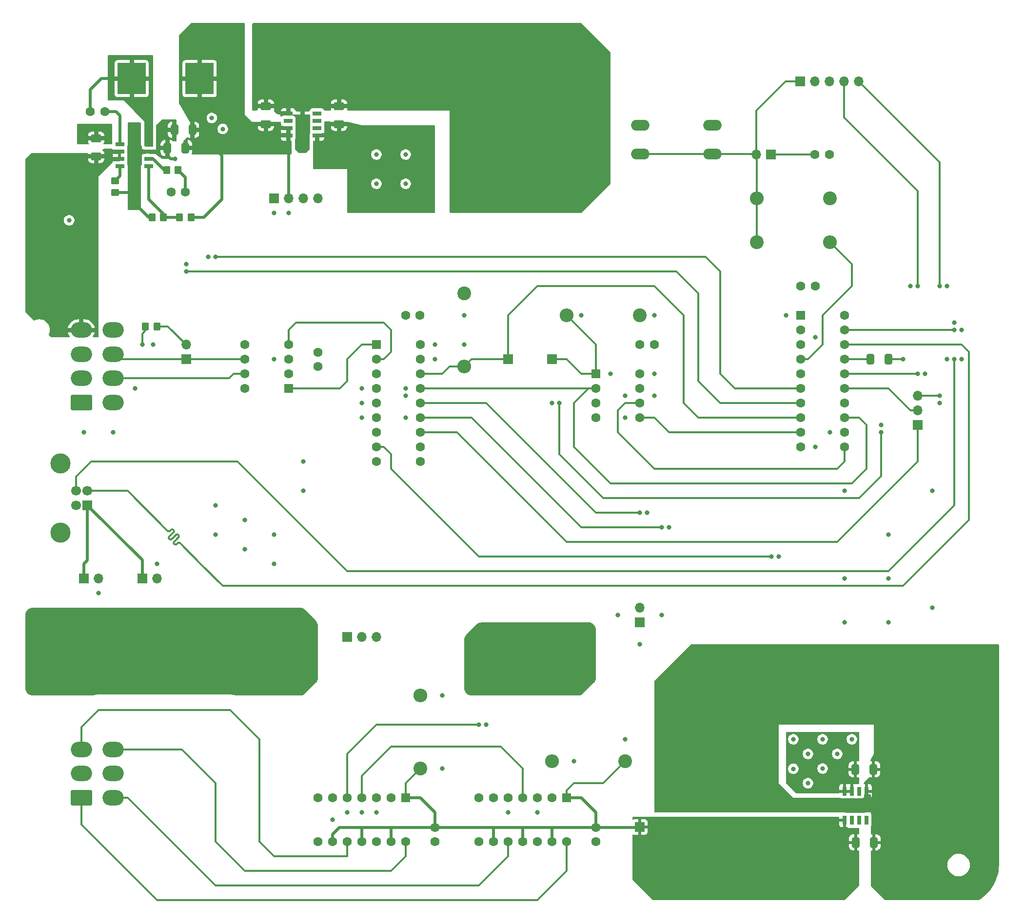
<source format=gbr>
%TF.GenerationSoftware,KiCad,Pcbnew,9.0.0*%
%TF.CreationDate,2025-09-27T10:55:46-04:00*%
%TF.ProjectId,can_gauge_interface,63616e5f-6761-4756-9765-5f696e746572,0.1*%
%TF.SameCoordinates,Original*%
%TF.FileFunction,Copper,L1,Top*%
%TF.FilePolarity,Positive*%
%FSLAX46Y46*%
G04 Gerber Fmt 4.6, Leading zero omitted, Abs format (unit mm)*
G04 Created by KiCad (PCBNEW 9.0.0) date 2025-09-27 10:55:46*
%MOMM*%
%LPD*%
G01*
G04 APERTURE LIST*
G04 Aperture macros list*
%AMRoundRect*
0 Rectangle with rounded corners*
0 $1 Rounding radius*
0 $2 $3 $4 $5 $6 $7 $8 $9 X,Y pos of 4 corners*
0 Add a 4 corners polygon primitive as box body*
4,1,4,$2,$3,$4,$5,$6,$7,$8,$9,$2,$3,0*
0 Add four circle primitives for the rounded corners*
1,1,$1+$1,$2,$3*
1,1,$1+$1,$4,$5*
1,1,$1+$1,$6,$7*
1,1,$1+$1,$8,$9*
0 Add four rect primitives between the rounded corners*
20,1,$1+$1,$2,$3,$4,$5,0*
20,1,$1+$1,$4,$5,$6,$7,0*
20,1,$1+$1,$6,$7,$8,$9,0*
20,1,$1+$1,$8,$9,$2,$3,0*%
G04 Aperture macros list end*
%TA.AperFunction,ComponentPad*%
%ADD10R,1.700000X1.700000*%
%TD*%
%TA.AperFunction,ComponentPad*%
%ADD11O,1.700000X1.700000*%
%TD*%
%TA.AperFunction,ComponentPad*%
%ADD12RoundRect,0.250000X-0.550000X0.550000X-0.550000X-0.550000X0.550000X-0.550000X0.550000X0.550000X0*%
%TD*%
%TA.AperFunction,ComponentPad*%
%ADD13C,1.600000*%
%TD*%
%TA.AperFunction,SMDPad,CuDef*%
%ADD14RoundRect,0.250000X0.350000X0.450000X-0.350000X0.450000X-0.350000X-0.450000X0.350000X-0.450000X0*%
%TD*%
%TA.AperFunction,SMDPad,CuDef*%
%ADD15RoundRect,0.250000X-0.350000X-0.450000X0.350000X-0.450000X0.350000X0.450000X-0.350000X0.450000X0*%
%TD*%
%TA.AperFunction,SMDPad,CuDef*%
%ADD16RoundRect,0.250000X-0.412500X-0.650000X0.412500X-0.650000X0.412500X0.650000X-0.412500X0.650000X0*%
%TD*%
%TA.AperFunction,ComponentPad*%
%ADD17RoundRect,0.250000X-0.550000X-0.550000X0.550000X-0.550000X0.550000X0.550000X-0.550000X0.550000X0*%
%TD*%
%TA.AperFunction,ComponentPad*%
%ADD18C,2.400000*%
%TD*%
%TA.AperFunction,ComponentPad*%
%ADD19O,2.400000X2.400000*%
%TD*%
%TA.AperFunction,SMDPad,CuDef*%
%ADD20RoundRect,0.250000X0.650000X-0.412500X0.650000X0.412500X-0.650000X0.412500X-0.650000X-0.412500X0*%
%TD*%
%TA.AperFunction,SMDPad,CuDef*%
%ADD21RoundRect,0.250000X-0.450000X0.350000X-0.450000X-0.350000X0.450000X-0.350000X0.450000X0.350000X0*%
%TD*%
%TA.AperFunction,ComponentPad*%
%ADD22O,3.200000X1.900000*%
%TD*%
%TA.AperFunction,ComponentPad*%
%ADD23RoundRect,0.250001X1.599999X-1.099999X1.599999X1.099999X-1.599999X1.099999X-1.599999X-1.099999X0*%
%TD*%
%TA.AperFunction,ComponentPad*%
%ADD24O,3.700000X2.700000*%
%TD*%
%TA.AperFunction,ComponentPad*%
%ADD25C,1.700000*%
%TD*%
%TA.AperFunction,ComponentPad*%
%ADD26C,3.500000*%
%TD*%
%TA.AperFunction,SMDPad,CuDef*%
%ADD27R,0.802000X1.505000*%
%TD*%
%TA.AperFunction,SMDPad,CuDef*%
%ADD28R,3.502000X2.613000*%
%TD*%
%TA.AperFunction,SMDPad,CuDef*%
%ADD29R,1.505000X0.802000*%
%TD*%
%TA.AperFunction,SMDPad,CuDef*%
%ADD30R,2.613000X3.502000*%
%TD*%
%TA.AperFunction,SMDPad,CuDef*%
%ADD31R,4.900000X5.400000*%
%TD*%
%TA.AperFunction,ComponentPad*%
%ADD32RoundRect,0.250000X0.550000X0.550000X-0.550000X0.550000X-0.550000X-0.550000X0.550000X-0.550000X0*%
%TD*%
%TA.AperFunction,ViaPad*%
%ADD33C,0.812800*%
%TD*%
%TA.AperFunction,Conductor*%
%ADD34C,0.508000*%
%TD*%
%TA.AperFunction,Conductor*%
%ADD35C,0.304800*%
%TD*%
G04 APERTURE END LIST*
D10*
%TO.P,JP5,1,A*%
%TO.N,/CAN_L*%
X55880000Y-134620000D03*
D11*
%TO.P,JP5,2,B*%
%TO.N,Net-(JP5-B)*%
X55880000Y-132080000D03*
%TD*%
D12*
%TO.P,U8,1,Vdd*%
%TO.N,+5VA*%
X121920000Y-210820000D03*
D13*
%TO.P,U8,2,NC*%
%TO.N,unconnected-(U8-NC-Pad2)*%
X119380000Y-210820000D03*
%TO.P,U8,3,~{CS}*%
%TO.N,/DAC1_~{CS}*%
X116840000Y-210820000D03*
%TO.P,U8,4,SCK*%
%TO.N,/SCK*%
X114300000Y-210820000D03*
%TO.P,U8,5,SDI*%
%TO.N,/MOSI*%
X111760000Y-210820000D03*
%TO.P,U8,6,NC*%
%TO.N,unconnected-(U8-NC-Pad6)*%
X109220000Y-210820000D03*
%TO.P,U8,7,NC*%
%TO.N,unconnected-(U8-NC-Pad7)*%
X106680000Y-210820000D03*
%TO.P,U8,8,~{LDAC}*%
%TO.N,GND*%
X106680000Y-218440000D03*
%TO.P,U8,9,~{SHDN}*%
%TO.N,+5VA*%
X109220000Y-218440000D03*
%TO.P,U8,10,VB*%
%TO.N,/AN2*%
X111760000Y-218440000D03*
%TO.P,U8,11,VrefB*%
%TO.N,+5VA*%
X114300000Y-218440000D03*
%TO.P,U8,12,Vss*%
%TO.N,GND*%
X116840000Y-218440000D03*
%TO.P,U8,13,VrefA*%
%TO.N,+5VA*%
X119380000Y-218440000D03*
%TO.P,U8,14,VA*%
%TO.N,/AN1*%
X121920000Y-218440000D03*
%TD*%
%TO.P,C15,1*%
%TO.N,GND*%
X137160000Y-132080000D03*
%TO.P,C15,2*%
%TO.N,+5V*%
X134660000Y-132080000D03*
%TD*%
D10*
%TO.P,J6,1,Pin_1*%
%TO.N,/CAN_~{CS}*%
X111760000Y-134620000D03*
%TD*%
%TO.P,JP3,1,A*%
%TO.N,VBUS*%
X38100000Y-172720000D03*
D11*
%TO.P,JP3,2,B*%
%TO.N,+5V*%
X40640000Y-172720000D03*
%TD*%
D13*
%TO.P,C13,1*%
%TO.N,GND*%
X93980000Y-127000000D03*
%TO.P,C13,2*%
%TO.N,+5V*%
X96480000Y-127000000D03*
%TD*%
D10*
%TO.P,J4,1,Pin_1*%
%TO.N,/ICSP_~{MCLR}*%
X162500000Y-86360000D03*
D11*
%TO.P,J4,2,Pin_2*%
%TO.N,+5V*%
X165040000Y-86360000D03*
%TO.P,J4,3,Pin_3*%
%TO.N,GND*%
X167580000Y-86360000D03*
%TO.P,J4,4,Pin_4*%
%TO.N,/ICSP_DAT*%
X170120000Y-86360000D03*
%TO.P,J4,5,Pin_5*%
%TO.N,/ICSP_CLK*%
X172660000Y-86360000D03*
%TD*%
D13*
%TO.P,C16,1*%
%TO.N,+5VA*%
X99060000Y-215940000D03*
%TO.P,C16,2*%
%TO.N,GND*%
X99060000Y-218440000D03*
%TD*%
D10*
%TO.P,JP2,1,A*%
%TO.N,/INT*%
X182880000Y-146035000D03*
D11*
%TO.P,JP2,2,C*%
%TO.N,/INT{slash}ICSP_CLK*%
X182880000Y-143495000D03*
%TO.P,JP2,3,B*%
%TO.N,/ICSP_CLK*%
X182880000Y-140955000D03*
%TD*%
D14*
%TO.P,R8,1*%
%TO.N,Net-(JP5-B)*%
X50800000Y-128905000D03*
%TO.P,R8,2*%
%TO.N,/CAN_H*%
X48800000Y-128905000D03*
%TD*%
D15*
%TO.P,R1,1*%
%TO.N,Net-(U5-FB)*%
X54745000Y-110000000D03*
%TO.P,R1,2*%
%TO.N,+6.5V*%
X56745000Y-110000000D03*
%TD*%
D10*
%TO.P,JP1,1,A*%
%TO.N,Net-(JP1-A)*%
X157420000Y-99060000D03*
D11*
%TO.P,JP1,2,B*%
%TO.N,/ICSP_~{MCLR}*%
X154880000Y-99060000D03*
%TD*%
D13*
%TO.P,C4,1*%
%TO.N,Net-(U5-SW)*%
X39255000Y-91585000D03*
%TO.P,C4,2*%
%TO.N,Net-(U5-BST)*%
X41755000Y-91585000D03*
%TD*%
%TO.P,C12,1*%
%TO.N,Net-(JP1-A)*%
X165040000Y-99060000D03*
%TO.P,C12,2*%
%TO.N,GND*%
X167540000Y-99060000D03*
%TD*%
D16*
%TO.P,C11,1*%
%TO.N,Net-(U1-Vusb3v3)*%
X174675000Y-134620000D03*
%TO.P,C11,2*%
%TO.N,GND*%
X177800000Y-134620000D03*
%TD*%
D17*
%TO.P,U4,1,~{CS}*%
%TO.N,/ROM_~{CS}*%
X127000000Y-137160000D03*
D13*
%TO.P,U4,2,MISO*%
%TO.N,/MISO*%
X127000000Y-139700000D03*
%TO.P,U4,3,~{WP}*%
%TO.N,+5V*%
X127000000Y-142240000D03*
%TO.P,U4,4,GND*%
%TO.N,GND*%
X127000000Y-144780000D03*
%TO.P,U4,5,MOSI*%
%TO.N,/MOSI*%
X134620000Y-144780000D03*
%TO.P,U4,6,SCK*%
%TO.N,/SCK*%
X134620000Y-142240000D03*
%TO.P,U4,7,~{HOLD}*%
%TO.N,+5V*%
X134620000Y-139700000D03*
%TO.P,U4,8,VCC*%
X134620000Y-137160000D03*
%TD*%
D18*
%TO.P,R10,1*%
%TO.N,+5VA*%
X132080000Y-204470000D03*
D19*
%TO.P,R10,2*%
%TO.N,/DAC1_~{CS}*%
X119380000Y-204470000D03*
%TD*%
D10*
%TO.P,J8,1,Pin_1*%
%TO.N,/DAC1_~{CS}*%
X134620000Y-180340000D03*
D11*
%TO.P,J8,2,Pin_2*%
%TO.N,/DAC2_~{CS}*%
X134620000Y-177800000D03*
%TD*%
D20*
%TO.P,C6,1*%
%TO.N,+6.5V*%
X69715000Y-93782500D03*
%TO.P,C6,2*%
%TO.N,GND*%
X69715000Y-90657500D03*
%TD*%
D13*
%TO.P,C5,1*%
%TO.N,GND*%
X53245000Y-105555000D03*
%TO.P,C5,2*%
%TO.N,Net-(C5-Pad2)*%
X55745000Y-105555000D03*
%TD*%
D21*
%TO.P,R3,1*%
%TO.N,Net-(U5-RT{slash}CLK)*%
X43553000Y-103650000D03*
%TO.P,R3,2*%
%TO.N,GND*%
X43553000Y-105650000D03*
%TD*%
D22*
%TO.P,SW1,1,1*%
%TO.N,GND*%
X134760000Y-93980000D03*
X147260000Y-93980000D03*
%TO.P,SW1,2,2*%
%TO.N,/ICSP_~{MCLR}*%
X134760000Y-98980000D03*
X147260000Y-98980000D03*
%TD*%
D15*
%TO.P,R2,1*%
%TO.N,GND*%
X49935000Y-110000000D03*
%TO.P,R2,2*%
%TO.N,Net-(U5-FB)*%
X51935000Y-110000000D03*
%TD*%
D23*
%TO.P,J3,1,Pin_1*%
%TO.N,/AN1*%
X37680000Y-210820000D03*
D24*
%TO.P,J3,2,Pin_2*%
%TO.N,GND*%
X37680000Y-206620000D03*
%TO.P,J3,3,Pin_3*%
%TO.N,/AN4*%
X37680000Y-202420000D03*
%TO.P,J3,4,Pin_4*%
%TO.N,/AN2*%
X43180000Y-210820000D03*
%TO.P,J3,5,Pin_5*%
%TO.N,GND*%
X43180000Y-206620000D03*
%TO.P,J3,6,Pin_6*%
%TO.N,/AN3*%
X43180000Y-202420000D03*
%TD*%
D18*
%TO.P,R11,1*%
%TO.N,+5VA*%
X96520000Y-205740000D03*
D19*
%TO.P,R11,2*%
%TO.N,/DAC2_~{CS}*%
X96520000Y-193040000D03*
%TD*%
D23*
%TO.P,J2,1,Pin_1*%
%TO.N,/Tach*%
X37680000Y-142140000D03*
D24*
%TO.P,J2,2,Pin_2*%
%TO.N,GND*%
X37680000Y-137940000D03*
%TO.P,J2,3,Pin_3*%
X37680000Y-133740000D03*
%TO.P,J2,4,Pin_4*%
%TO.N,+12V*%
X37680000Y-129540000D03*
%TO.P,J2,5,Pin_5*%
%TO.N,/Speed*%
X43180000Y-142140000D03*
%TO.P,J2,6,Pin_6*%
%TO.N,/CAN_H*%
X43180000Y-137940000D03*
%TO.P,J2,7,Pin_7*%
%TO.N,/CAN_L*%
X43180000Y-133740000D03*
%TO.P,J2,8,Pin_8*%
%TO.N,GND*%
X43180000Y-129540000D03*
%TD*%
D13*
%TO.P,C14,1*%
%TO.N,GND*%
X78740000Y-135890000D03*
%TO.P,C14,2*%
%TO.N,+5V*%
X78740000Y-133390000D03*
%TD*%
D14*
%TO.P,R5,1*%
%TO.N,Net-(C5-Pad2)*%
X54475000Y-101745000D03*
%TO.P,R5,2*%
%TO.N,Net-(U5-COMP)*%
X52475000Y-101745000D03*
%TD*%
D12*
%TO.P,U9,1,Vdd*%
%TO.N,+5VA*%
X93980000Y-210820000D03*
D13*
%TO.P,U9,2,NC*%
%TO.N,unconnected-(U9-NC-Pad2)*%
X91440000Y-210820000D03*
%TO.P,U9,3,~{CS}*%
%TO.N,/DAC2_~{CS}*%
X88900000Y-210820000D03*
%TO.P,U9,4,SCK*%
%TO.N,/SCK*%
X86360000Y-210820000D03*
%TO.P,U9,5,SDI*%
%TO.N,/MOSI*%
X83820000Y-210820000D03*
%TO.P,U9,6,NC*%
%TO.N,unconnected-(U9-NC-Pad6)*%
X81280000Y-210820000D03*
%TO.P,U9,7,NC*%
%TO.N,unconnected-(U9-NC-Pad7)*%
X78740000Y-210820000D03*
%TO.P,U9,8,~{LDAC}*%
%TO.N,GND*%
X78740000Y-218440000D03*
%TO.P,U9,9,~{SHDN}*%
%TO.N,+5VA*%
X81280000Y-218440000D03*
%TO.P,U9,10,VB*%
%TO.N,/AN4*%
X83820000Y-218440000D03*
%TO.P,U9,11,VrefB*%
%TO.N,+5VA*%
X86360000Y-218440000D03*
%TO.P,U9,12,Vss*%
%TO.N,GND*%
X88900000Y-218440000D03*
%TO.P,U9,13,VrefA*%
%TO.N,+5VA*%
X91440000Y-218440000D03*
%TO.P,U9,14,VA*%
%TO.N,/AN3*%
X93980000Y-218440000D03*
%TD*%
D10*
%TO.P,J1,1,VBUS*%
%TO.N,VBUS*%
X38735000Y-159980000D03*
D25*
%TO.P,J1,2,D-*%
%TO.N,/USB_D-*%
X38735000Y-157480000D03*
%TO.P,J1,3,D+*%
%TO.N,/USB_D+*%
X36735000Y-157480000D03*
%TO.P,J1,4,GND*%
%TO.N,GND*%
X36735000Y-159980000D03*
D26*
%TO.P,J1,5,Shield*%
%TO.N,unconnected-(J1-Shield-Pad5)*%
X34025000Y-164750000D03*
%TO.N,unconnected-(J1-Shield-Pad5)_1*%
X34025000Y-152710000D03*
%TD*%
D16*
%TO.P,C8,1*%
%TO.N,+6.5V*%
X172085000Y-205861875D03*
%TO.P,C8,2*%
%TO.N,GND*%
X175210000Y-205861875D03*
%TD*%
D27*
%TO.P,U7,1,VO*%
%TO.N,+5VA*%
X170180000Y-214666875D03*
%TO.P,U7,2,NC*%
%TO.N,unconnected-(U7-NC-Pad2)*%
X171450000Y-214666875D03*
%TO.P,U7,3,NC*%
%TO.N,unconnected-(U7-NC-Pad3)*%
X172720000Y-214666875D03*
%TO.P,U7,4,NC*%
%TO.N,unconnected-(U7-NC-Pad4)*%
X173990000Y-214666875D03*
%TO.P,U7,5,GND*%
%TO.N,GND*%
X173990000Y-209671875D03*
%TO.P,U7,6,NC*%
%TO.N,unconnected-(U7-NC-Pad6)*%
X172720000Y-209671875D03*
%TO.P,U7,7,EN*%
%TO.N,+6.5V*%
X171450000Y-209671875D03*
%TO.P,U7,8,VI*%
X170180000Y-209671875D03*
D28*
%TO.P,U7,9,EP*%
%TO.N,GND*%
X172085000Y-212169375D03*
%TD*%
D10*
%TO.P,J9,1,Pin_1*%
%TO.N,+12V*%
X71120000Y-106680000D03*
D11*
%TO.P,J9,2,Pin_2*%
%TO.N,+6.5V*%
X73660000Y-106680000D03*
%TO.P,J9,3,Pin_3*%
%TO.N,+5V*%
X76200000Y-106680000D03*
%TO.P,J9,4,Pin_4*%
%TO.N,GND*%
X78740000Y-106680000D03*
%TD*%
D10*
%TO.P,JP4,1,A*%
%TO.N,VBUS*%
X48260000Y-172720000D03*
D11*
%TO.P,JP4,2,B*%
%TO.N,+5VA*%
X50800000Y-172720000D03*
%TD*%
D20*
%TO.P,C1,1*%
%TO.N,+12V*%
X40251000Y-99370500D03*
%TO.P,C1,2*%
%TO.N,GND*%
X40251000Y-96245500D03*
%TD*%
D17*
%TO.P,U1,1,VDD*%
%TO.N,+5V*%
X162560000Y-127000000D03*
D13*
%TO.P,U1,2,RA5/SOSCI/T1CKI/OSC1/CLKIN*%
%TO.N,/DAC2_~{CS}*%
X162560000Y-129540000D03*
%TO.P,U1,3,RA4/AN3/SOSCO/T1G/OSC2/CLKOUT/CLKR*%
%TO.N,/CLK*%
X162560000Y-132080000D03*
%TO.P,U1,4,RA3/T1G/~{SS}/~{MCLR}/Vpp*%
%TO.N,/~{MCLR}*%
X162560000Y-134620000D03*
%TO.P,U1,5,PWM1/CWG1A/T0CKI/RC5*%
%TO.N,unconnected-(U1-PWM1{slash}CWG1A{slash}T0CKI{slash}RC5-Pad5)*%
X162560000Y-137160000D03*
%TO.P,U1,6,CWG1B/C1OUT/C2OUT/RC4*%
%TO.N,/Speed*%
X162560000Y-139700000D03*
%TO.P,U1,7,CLKR/C1IN3-/C2IN3-/DACOUT2/AN7/RC3*%
%TO.N,/Tach*%
X162560000Y-142240000D03*
%TO.P,U1,8,~{SS}/PWM2/AN8/RC6*%
%TO.N,/CAN_~{CS}*%
X162560000Y-144780000D03*
%TO.P,U1,9,SDO/AN9/RC7*%
%TO.N,/MOSI*%
X162560000Y-147320000D03*
%TO.P,U1,10,RB7/TX/CK*%
%TO.N,/DAC1_~{CS}*%
X162560000Y-149860000D03*
%TO.P,U1,11,RB6/SCL/SCK*%
%TO.N,/SCK*%
X170180000Y-149860000D03*
%TO.P,U1,12,RB5/AN11/RX/DX*%
%TO.N,/ROM_~{CS}*%
X170180000Y-147320000D03*
%TO.P,U1,13,RB4/AN10/SDA/SDI*%
%TO.N,/MISO*%
X170180000Y-144780000D03*
%TO.P,U1,14,C2IN2-/C1IN2-/DACOUT1/AN6/RC2*%
%TO.N,unconnected-(U1-C2IN2-{slash}C1IN2-{slash}DACOUT1{slash}AN6{slash}RC2-Pad14)*%
X170180000Y-142240000D03*
%TO.P,U1,15,ICSPCLK/~{CWGFLT}/C2IN-/C1IN-/AN5/RC1*%
%TO.N,/INT{slash}ICSP_CLK*%
X170180000Y-139700000D03*
%TO.P,U1,16,ICSPDAT/C2IN+/C1IN+/Vref+/AN4/RC0*%
%TO.N,/ICSP_DAT*%
X170180000Y-137160000D03*
%TO.P,U1,17,Vusb3v3*%
%TO.N,Net-(U1-Vusb3v3)*%
X170180000Y-134620000D03*
%TO.P,U1,18,RA1/D-/ICSPCLK*%
%TO.N,/USB_D-*%
X170180000Y-132080000D03*
%TO.P,U1,19,RA0/D+/ICSPDAT*%
%TO.N,/USB_D+*%
X170180000Y-129540000D03*
%TO.P,U1,20,VSS*%
%TO.N,GND*%
X170180000Y-127000000D03*
%TD*%
D29*
%TO.P,U5,1,BST*%
%TO.N,Net-(U5-BST)*%
X44400000Y-97300000D03*
%TO.P,U5,2,VIN*%
%TO.N,+12V*%
X44400000Y-98570000D03*
%TO.P,U5,3,EN*%
X44400000Y-99840000D03*
%TO.P,U5,4,RT/CLK*%
%TO.N,Net-(U5-RT{slash}CLK)*%
X44400000Y-101110000D03*
%TO.P,U5,5,FB*%
%TO.N,Net-(U5-FB)*%
X49395000Y-101110000D03*
%TO.P,U5,6,COMP*%
%TO.N,Net-(U5-COMP)*%
X49395000Y-99840000D03*
%TO.P,U5,7,GND*%
%TO.N,GND*%
X49395000Y-98570000D03*
%TO.P,U5,8,SW*%
%TO.N,Net-(U5-SW)*%
X49395000Y-97300000D03*
D30*
%TO.P,U5,9,EP*%
%TO.N,GND*%
X46897500Y-99205000D03*
%TD*%
D18*
%TO.P,R9,1*%
%TO.N,+5V*%
X134620000Y-127000000D03*
D19*
%TO.P,R9,2*%
%TO.N,/ROM_~{CS}*%
X121920000Y-127000000D03*
%TD*%
D31*
%TO.P,L1,1,1*%
%TO.N,Net-(U5-SW)*%
X46416000Y-85870000D03*
%TO.P,L1,2,2*%
%TO.N,+6.5V*%
X58216000Y-85870000D03*
%TD*%
D17*
%TO.P,U2,1,TXCAN*%
%TO.N,/CAN_TX*%
X88900000Y-132080000D03*
D13*
%TO.P,U2,2,RXCAN*%
%TO.N,/CAN_RX*%
X88900000Y-134620000D03*
%TO.P,U2,3,CLKOUT/SOF*%
%TO.N,unconnected-(U2-CLKOUT{slash}SOF-Pad3)*%
X88900000Y-137160000D03*
%TO.P,U2,4,~{TX0RTS}*%
%TO.N,+5V*%
X88900000Y-139700000D03*
%TO.P,U2,5,~{TX1RTS}*%
X88900000Y-142240000D03*
%TO.P,U2,6,~{TX2RTS}*%
X88900000Y-144780000D03*
%TO.P,U2,7,OSC2*%
%TO.N,unconnected-(U2-OSC2-Pad7)*%
X88900000Y-147320000D03*
%TO.P,U2,8,OSC1*%
%TO.N,/CLK*%
X88900000Y-149860000D03*
%TO.P,U2,9,VSS*%
%TO.N,GND*%
X88900000Y-152400000D03*
%TO.P,U2,10,~{RX1BF}*%
%TO.N,unconnected-(U2-~{RX1BF}-Pad10)*%
X96520000Y-152400000D03*
%TO.P,U2,11,~{RX0BF}*%
%TO.N,unconnected-(U2-~{RX0BF}-Pad11)*%
X96520000Y-149860000D03*
%TO.P,U2,12,~{INT}*%
%TO.N,/INT*%
X96520000Y-147320000D03*
%TO.P,U2,13,SCK*%
%TO.N,/SCK*%
X96520000Y-144780000D03*
%TO.P,U2,14,SI*%
%TO.N,/MOSI*%
X96520000Y-142240000D03*
%TO.P,U2,15,SO*%
%TO.N,/MISO*%
X96520000Y-139700000D03*
%TO.P,U2,16,~{CS}*%
%TO.N,/CAN_~{CS}*%
X96520000Y-137160000D03*
%TO.P,U2,17,~{RESET}*%
%TO.N,+5V*%
X96520000Y-134620000D03*
%TO.P,U2,18,VDD*%
X96520000Y-132080000D03*
%TD*%
D16*
%TO.P,C3,1*%
%TO.N,GND*%
X52620000Y-97935000D03*
%TO.P,C3,2*%
%TO.N,+6.5V*%
X55745000Y-97935000D03*
%TD*%
D18*
%TO.P,R7,1*%
%TO.N,+5V*%
X104140000Y-123190000D03*
D19*
%TO.P,R7,2*%
%TO.N,/CAN_~{CS}*%
X104140000Y-135890000D03*
%TD*%
D13*
%TO.P,C10,1*%
%TO.N,+5V*%
X162600000Y-121920000D03*
%TO.P,C10,2*%
%TO.N,GND*%
X165100000Y-121920000D03*
%TD*%
D10*
%TO.P,J7,1,Pin_1*%
%TO.N,/ROM_~{CS}*%
X119380000Y-134620000D03*
%TD*%
D16*
%TO.P,C2,1*%
%TO.N,GND*%
X53840000Y-94760000D03*
%TO.P,C2,2*%
%TO.N,+6.5V*%
X56965000Y-94760000D03*
%TD*%
D18*
%TO.P,R6,1*%
%TO.N,+5V*%
X167640000Y-106680000D03*
D19*
%TO.P,R6,2*%
%TO.N,/ICSP_~{MCLR}*%
X154940000Y-106680000D03*
%TD*%
D16*
%TO.P,C9,1*%
%TO.N,+5VA*%
X172135000Y-218561875D03*
%TO.P,C9,2*%
%TO.N,GND*%
X175260000Y-218561875D03*
%TD*%
D10*
%TO.P,J10,1,Pin_1*%
%TO.N,+5VA*%
X134620000Y-215900000D03*
%TD*%
D32*
%TO.P,U3,1,TXD*%
%TO.N,/CAN_TX*%
X73660000Y-139700000D03*
D13*
%TO.P,U3,2,VSS*%
%TO.N,GND*%
X73660000Y-137160000D03*
%TO.P,U3,3,VDD*%
%TO.N,+5V*%
X73660000Y-134620000D03*
%TO.P,U3,4,RXD*%
%TO.N,/CAN_RX*%
X73660000Y-132080000D03*
%TO.P,U3,5,SPLIT*%
%TO.N,unconnected-(U3-SPLIT-Pad5)*%
X66040000Y-132080000D03*
%TO.P,U3,6,CANL*%
%TO.N,/CAN_L*%
X66040000Y-134620000D03*
%TO.P,U3,7,CANH*%
%TO.N,/CAN_H*%
X66040000Y-137160000D03*
%TO.P,U3,8,STBY*%
%TO.N,GND*%
X66040000Y-139700000D03*
%TD*%
%TO.P,C17,1*%
%TO.N,+5VA*%
X127000000Y-215940000D03*
%TO.P,C17,2*%
%TO.N,GND*%
X127000000Y-218440000D03*
%TD*%
D20*
%TO.P,C7,1*%
%TO.N,+5V*%
X82415000Y-93782500D03*
%TO.P,C7,2*%
%TO.N,GND*%
X82415000Y-90657500D03*
%TD*%
D29*
%TO.P,U6,1,VO*%
%TO.N,+5V*%
X78605000Y-95737500D03*
%TO.P,U6,2,NC*%
%TO.N,unconnected-(U6-NC-Pad2)*%
X78605000Y-94467500D03*
%TO.P,U6,3,NC*%
%TO.N,unconnected-(U6-NC-Pad3)*%
X78605000Y-93197500D03*
%TO.P,U6,4,NC*%
%TO.N,unconnected-(U6-NC-Pad4)*%
X78605000Y-91927500D03*
%TO.P,U6,5,GND*%
%TO.N,GND*%
X73610000Y-91927500D03*
%TO.P,U6,6,NC*%
%TO.N,unconnected-(U6-NC-Pad6)*%
X73610000Y-93197500D03*
%TO.P,U6,7,EN*%
%TO.N,+6.5V*%
X73610000Y-94467500D03*
%TO.P,U6,8,VI*%
X73610000Y-95737500D03*
D30*
%TO.P,U6,9,EP*%
%TO.N,GND*%
X76107500Y-93832500D03*
%TD*%
D10*
%TO.P,J5,1,Pin_1*%
%TO.N,/MOSI*%
X83820000Y-182880000D03*
D11*
%TO.P,J5,2,Pin_2*%
%TO.N,/SCK*%
X86360000Y-182880000D03*
%TO.P,J5,3,Pin_3*%
%TO.N,/MISO*%
X88900000Y-182880000D03*
%TD*%
D18*
%TO.P,R4,1*%
%TO.N,/ICSP_~{MCLR}*%
X154940000Y-114300000D03*
D19*
%TO.P,R4,2*%
%TO.N,/~{MCLR}*%
X167640000Y-114300000D03*
%TD*%
D33*
%TO.N,+12V*%
X38100000Y-110490000D03*
%TO.N,GND*%
X104140000Y-81280000D03*
X185420000Y-157480000D03*
X165100000Y-149860000D03*
X170180000Y-157480000D03*
X139700000Y-203200000D03*
X99060000Y-83820000D03*
X190500000Y-129540000D03*
X167640000Y-147320000D03*
X119380000Y-142240000D03*
X132080000Y-200660000D03*
X177800000Y-180340000D03*
X177800000Y-215900000D03*
X137160000Y-137160000D03*
X124460000Y-81280000D03*
X139700000Y-195580000D03*
X177800000Y-226060000D03*
X180340000Y-134620000D03*
X177800000Y-220980000D03*
X39489000Y-94506000D03*
X88900000Y-99060000D03*
X124460000Y-91440000D03*
X47490000Y-108095000D03*
X35560000Y-187960000D03*
X93980000Y-104140000D03*
X46220000Y-108095000D03*
X76200000Y-182880000D03*
X59690000Y-116840000D03*
X114300000Y-91440000D03*
X109220000Y-78740000D03*
X86360000Y-142240000D03*
X46220000Y-95395000D03*
X114300000Y-81280000D03*
X137160000Y-127000000D03*
X38100000Y-147320000D03*
X71120000Y-180340000D03*
X55880000Y-182880000D03*
X50800000Y-190500000D03*
X93980000Y-86360000D03*
X177800000Y-165100000D03*
X46220000Y-104285000D03*
X93980000Y-140970000D03*
X137160000Y-140970000D03*
X165100000Y-130810000D03*
X51935000Y-94125000D03*
X186690000Y-142240000D03*
X100330000Y-193040000D03*
X71120000Y-134620000D03*
X47490000Y-95395000D03*
X162560000Y-187960000D03*
X71120000Y-185420000D03*
X130810000Y-179070000D03*
X30480000Y-185420000D03*
X86360000Y-213360000D03*
X185420000Y-210820000D03*
X47490000Y-106825000D03*
X76200000Y-187960000D03*
X177800000Y-210820000D03*
X66040000Y-182880000D03*
X134620000Y-184150000D03*
X129540000Y-137160000D03*
X161290000Y-205776875D03*
X193040000Y-210820000D03*
X37965000Y-96538000D03*
X55880000Y-118110000D03*
X166370000Y-200660000D03*
X30480000Y-190500000D03*
X185420000Y-177800000D03*
X109220000Y-104140000D03*
X100330000Y-205740000D03*
X71120000Y-165100000D03*
X181610000Y-121920000D03*
X177800000Y-218440000D03*
X170180000Y-180340000D03*
X35560000Y-110490000D03*
X111760000Y-213360000D03*
X138430000Y-179070000D03*
X76200000Y-157480000D03*
X47490000Y-105555000D03*
X177800000Y-203200000D03*
X71120000Y-190500000D03*
X86360000Y-144780000D03*
X40640000Y-180340000D03*
X93980000Y-99060000D03*
X189230000Y-128270000D03*
X109220000Y-88900000D03*
X177800000Y-187960000D03*
X107950000Y-198120000D03*
X76200000Y-88900000D03*
X50165000Y-132080000D03*
X158750000Y-168910000D03*
X154940000Y-187960000D03*
X187960000Y-121920000D03*
X163830000Y-208280000D03*
X53967000Y-99840000D03*
X81280000Y-87630000D03*
X78740000Y-83820000D03*
X43180000Y-147320000D03*
X37965000Y-95268000D03*
X119380000Y-88900000D03*
X132080000Y-140970000D03*
X78740000Y-88900000D03*
X60960000Y-165100000D03*
X168910000Y-203200000D03*
X50800000Y-185420000D03*
X60960000Y-160020000D03*
X104140000Y-91440000D03*
X78740000Y-78740000D03*
X163830000Y-203200000D03*
X88900000Y-104140000D03*
X93980000Y-81280000D03*
X88900000Y-83820000D03*
X124460000Y-96520000D03*
X109220000Y-93980000D03*
X160020000Y-127000000D03*
X47490000Y-104285000D03*
X66040000Y-162560000D03*
X184150000Y-137160000D03*
X62230000Y-94615000D03*
X40640000Y-175260000D03*
X114300000Y-96520000D03*
X99060000Y-134620000D03*
X162560000Y-212090000D03*
X170180000Y-172720000D03*
X93980000Y-139700000D03*
X68580000Y-83820000D03*
X83820000Y-213360000D03*
X123190000Y-204470000D03*
X170180000Y-187960000D03*
X171450000Y-200660000D03*
X51935000Y-95395000D03*
X71120000Y-87630000D03*
X42283000Y-95268000D03*
X104140000Y-86360000D03*
X40640000Y-190500000D03*
X30480000Y-180340000D03*
X177800000Y-172720000D03*
X109220000Y-99060000D03*
X86360000Y-90170000D03*
X46220000Y-106825000D03*
X124460000Y-127000000D03*
X170180000Y-195580000D03*
X60325000Y-92710000D03*
X42283000Y-96538000D03*
X73660000Y-88900000D03*
X147320000Y-203200000D03*
X71120000Y-109220000D03*
X135890000Y-161290000D03*
X40640000Y-185420000D03*
X109220000Y-83820000D03*
X139700000Y-210820000D03*
X81280000Y-214630000D03*
X154940000Y-210820000D03*
X114300000Y-86360000D03*
X45720000Y-182880000D03*
X50800000Y-180340000D03*
X71120000Y-170180000D03*
X88900000Y-213360000D03*
X124460000Y-86360000D03*
X46220000Y-105555000D03*
X104140000Y-96520000D03*
X99060000Y-132080000D03*
X154940000Y-195580000D03*
X147320000Y-210820000D03*
X88900000Y-78740000D03*
X193040000Y-203200000D03*
X73660000Y-109220000D03*
X119380000Y-83820000D03*
X139700000Y-163830000D03*
X162560000Y-195580000D03*
X55880000Y-187960000D03*
X161290000Y-200660000D03*
X132080000Y-144780000D03*
X177800000Y-208280000D03*
X119380000Y-99060000D03*
X119380000Y-93980000D03*
X147320000Y-187960000D03*
X68580000Y-87630000D03*
X99060000Y-78740000D03*
X40759000Y-94506000D03*
X185420000Y-203200000D03*
X166370000Y-205740000D03*
X119380000Y-104140000D03*
X76065000Y-97642500D03*
X119380000Y-78740000D03*
X187960000Y-134620000D03*
X46990000Y-139700000D03*
X35560000Y-182880000D03*
X83820000Y-81280000D03*
X177800000Y-205740000D03*
X93980000Y-144780000D03*
X177800000Y-213360000D03*
X46220000Y-103015000D03*
X116840000Y-213360000D03*
X66040000Y-167640000D03*
X46220000Y-94125000D03*
X104140000Y-132080000D03*
X73660000Y-81280000D03*
X83820000Y-87630000D03*
X99060000Y-88900000D03*
X190500000Y-134620000D03*
X104140000Y-127000000D03*
X185420000Y-187960000D03*
X76200000Y-152400000D03*
X47490000Y-103015000D03*
X50800000Y-170180000D03*
X147320000Y-195580000D03*
X176530000Y-146050000D03*
X154940000Y-203200000D03*
X86360000Y-139700000D03*
X167640000Y-212090000D03*
X68580000Y-78740000D03*
X47490000Y-94125000D03*
X45720000Y-187960000D03*
%TO.N,+6.5V*%
X161290000Y-208280000D03*
X163830000Y-205740000D03*
X163830000Y-200660000D03*
X166370000Y-208280000D03*
X168910000Y-200660000D03*
X171450000Y-203200000D03*
X168910000Y-205740000D03*
X161290000Y-203200000D03*
X166370000Y-203200000D03*
X62230000Y-92710000D03*
%TO.N,+5V*%
X96520000Y-106680000D03*
X96520000Y-101600000D03*
X91440000Y-106680000D03*
X91440000Y-96520000D03*
X91440000Y-101600000D03*
X86360000Y-106680000D03*
X86360000Y-96520000D03*
X96520000Y-96520000D03*
X86360000Y-101600000D03*
%TO.N,/USB_D+*%
X189230000Y-129540000D03*
X189230000Y-134620000D03*
%TO.N,/Tach*%
X55880000Y-119380000D03*
%TO.N,/Speed*%
X60960000Y-116840000D03*
%TO.N,/CAN_H*%
X48260000Y-132080000D03*
%TO.N,/ICSP_CLK*%
X186690000Y-121920000D03*
X186690000Y-140970000D03*
%TO.N,/ICSP_DAT*%
X182880000Y-137160000D03*
X182880000Y-121920000D03*
%TO.N,/ROM_~{CS}*%
X120650000Y-142240000D03*
X176530000Y-147320000D03*
%TO.N,/SCK*%
X138430000Y-163830000D03*
%TO.N,/MOSI*%
X106680000Y-198120000D03*
X134620000Y-161290000D03*
%TO.N,/CLK*%
X157480000Y-168910000D03*
%TD*%
D34*
%TO.N,GND*%
X49395000Y-110000000D02*
X47490000Y-108095000D01*
X53967000Y-99840000D02*
X53205000Y-99840000D01*
X46125000Y-105650000D02*
X46220000Y-105555000D01*
X53205000Y-99840000D02*
X52620000Y-99255000D01*
X52620000Y-99255000D02*
X52620000Y-97935000D01*
D35*
X177800000Y-134620000D02*
X180340000Y-134620000D01*
D34*
X49935000Y-110000000D02*
X49395000Y-110000000D01*
X43553000Y-105650000D02*
X46125000Y-105650000D01*
%TO.N,+6.5V*%
X60825000Y-97935000D02*
X55745000Y-97935000D01*
X62095000Y-106825000D02*
X62095000Y-99205000D01*
X62095000Y-99205000D02*
X60825000Y-97935000D01*
X73660000Y-106680000D02*
X73660000Y-95787500D01*
X73660000Y-95787500D02*
X73610000Y-95737500D01*
X56745000Y-110000000D02*
X58920000Y-110000000D01*
X58920000Y-110000000D02*
X62095000Y-106825000D01*
%TO.N,Net-(U5-BST)*%
X44400000Y-97300000D02*
X44400000Y-92305000D01*
X44400000Y-92305000D02*
X43680000Y-91585000D01*
X43680000Y-91585000D02*
X41755000Y-91585000D01*
%TO.N,Net-(U5-SW)*%
X39255000Y-91585000D02*
X39255000Y-87755000D01*
X41140000Y-85870000D02*
X46416000Y-85870000D01*
X39255000Y-87755000D02*
X41140000Y-85870000D01*
%TO.N,Net-(C5-Pad2)*%
X55745000Y-103015000D02*
X54475000Y-101745000D01*
X55745000Y-105555000D02*
X55745000Y-103015000D01*
%TO.N,+5VA*%
X124460000Y-210820000D02*
X121920000Y-210820000D01*
X119380000Y-218440000D02*
X119380000Y-215940000D01*
X127000000Y-215940000D02*
X134580000Y-215940000D01*
X134580000Y-215940000D02*
X134620000Y-215900000D01*
X127000000Y-215940000D02*
X127000000Y-213360000D01*
D35*
X96520000Y-205740000D02*
X93980000Y-208280000D01*
X132080000Y-204470000D02*
X128270000Y-208280000D01*
X93980000Y-208280000D02*
X93980000Y-210820000D01*
D34*
X91440000Y-218440000D02*
X91440000Y-215940000D01*
X86360000Y-215940000D02*
X83720000Y-215940000D01*
D35*
X123190000Y-208280000D02*
X121920000Y-209550000D01*
D34*
X119380000Y-215940000D02*
X114300000Y-215940000D01*
X127000000Y-215940000D02*
X119380000Y-215940000D01*
X114300000Y-218440000D02*
X114300000Y-215940000D01*
X81280000Y-217170000D02*
X81280000Y-218440000D01*
D35*
X128270000Y-208280000D02*
X123190000Y-208280000D01*
D34*
X83720000Y-215940000D02*
X82510000Y-215940000D01*
X99060000Y-215940000D02*
X91440000Y-215940000D01*
X91440000Y-215940000D02*
X86360000Y-215940000D01*
X99060000Y-215940000D02*
X99060000Y-213360000D01*
X82510000Y-215940000D02*
X81280000Y-217170000D01*
X86360000Y-218440000D02*
X86360000Y-215940000D01*
X109220000Y-218440000D02*
X109220000Y-215940000D01*
X127000000Y-213360000D02*
X124460000Y-210820000D01*
X96520000Y-210820000D02*
X93980000Y-210820000D01*
D35*
X121920000Y-209550000D02*
X121920000Y-210820000D01*
D34*
X114300000Y-215940000D02*
X109220000Y-215940000D01*
X99060000Y-213360000D02*
X96520000Y-210820000D01*
X109220000Y-215940000D02*
X99060000Y-215940000D01*
D35*
%TO.N,Net-(U1-Vusb3v3)*%
X170180000Y-134620000D02*
X174675000Y-134620000D01*
%TO.N,Net-(JP1-A)*%
X157420000Y-99060000D02*
X165040000Y-99060000D01*
%TO.N,/USB_D+*%
X36735000Y-155035000D02*
X39370000Y-152400000D01*
X39370000Y-152400000D02*
X64770000Y-152400000D01*
X177799999Y-171450000D02*
X189230000Y-160019999D01*
X83820000Y-171450000D02*
X177799999Y-171450000D01*
X64770000Y-152400000D02*
X83820000Y-171450000D01*
X189230000Y-160019999D02*
X189230000Y-134620000D01*
X170180000Y-129540000D02*
X189230000Y-129540000D01*
X36735000Y-157480000D02*
X36735000Y-155035000D01*
D34*
%TO.N,VBUS*%
X38100000Y-170180000D02*
X38100000Y-172720000D01*
X48260000Y-169505000D02*
X38735000Y-159980000D01*
X48260000Y-172720000D02*
X48260000Y-169505000D01*
X38735000Y-169545000D02*
X38100000Y-170180000D01*
X38735000Y-159980000D02*
X38735000Y-169545000D01*
D35*
%TO.N,/USB_D-*%
X58469419Y-170229419D02*
X62230000Y-173990000D01*
X54170575Y-165930575D02*
X53998154Y-166102995D01*
X62230000Y-173990000D02*
X180340000Y-173990000D01*
X38735000Y-157480000D02*
X45720000Y-157480000D01*
X53480893Y-164896052D02*
X53308472Y-165068473D01*
X54564949Y-165536204D02*
X54170575Y-165930575D01*
X54860257Y-166620257D02*
X58469419Y-170229419D01*
X190500000Y-132080000D02*
X170180000Y-132080000D01*
X191770000Y-133350000D02*
X190500000Y-132080000D01*
X54207269Y-166755984D02*
X54429205Y-166534047D01*
X180340000Y-173990000D02*
X191770000Y-162560000D01*
X53049842Y-164465001D02*
X53271777Y-164243063D01*
X53616619Y-164243063D02*
X53702829Y-164329273D01*
X54774047Y-166534047D02*
X54860257Y-166620257D01*
X52914117Y-165807670D02*
X53000327Y-165893880D01*
X53308473Y-165068473D02*
X52914117Y-165462828D01*
X54478739Y-165105152D02*
X54564949Y-165191362D01*
X53702829Y-164674115D02*
X53480893Y-164896052D01*
X53308472Y-165068473D02*
X53308473Y-165068473D01*
X53345169Y-165893880D02*
X53739524Y-165499524D01*
X53739524Y-165499524D02*
X54133895Y-165105150D01*
X53776217Y-166669774D02*
X53862427Y-166755984D01*
X45720000Y-157480000D02*
X52705000Y-164465000D01*
X191770000Y-162560000D02*
X191770000Y-133350000D01*
X53998154Y-166102995D02*
X53776217Y-166324932D01*
X54564949Y-165191362D02*
G75*
G02*
X54564966Y-165536221I-172449J-172438D01*
G01*
X53000327Y-165893880D02*
G75*
G03*
X53345169Y-165893880I172421J172421D01*
G01*
X54429205Y-166534047D02*
G75*
G02*
X54774047Y-166534047I172421J-172421D01*
G01*
X53702829Y-164329273D02*
G75*
G02*
X53702835Y-164674121I-172429J-172427D01*
G01*
X53862427Y-166755984D02*
G75*
G03*
X54207269Y-166755984I172421J172421D01*
G01*
X53271777Y-164243063D02*
G75*
G02*
X53616619Y-164243063I172421J-172421D01*
G01*
X53776217Y-166324932D02*
G75*
G03*
X53776170Y-166669821I172383J-172468D01*
G01*
X52914117Y-165462828D02*
G75*
G03*
X52914166Y-165807621I172383J-172372D01*
G01*
X54133895Y-165105150D02*
G75*
G02*
X54478723Y-165105168I172405J-172450D01*
G01*
X52705000Y-164465000D02*
G75*
G03*
X53049820Y-164464980I172400J172400D01*
G01*
%TO.N,/CAN_L*%
X44060000Y-134620000D02*
X43180000Y-133740000D01*
X66040000Y-134620000D02*
X44060000Y-134620000D01*
%TO.N,/Tach*%
X144780000Y-123190000D02*
X140970000Y-119380000D01*
X140970000Y-119380000D02*
X55880000Y-119380000D01*
X144780000Y-138430000D02*
X144780000Y-123190000D01*
X162560000Y-142240000D02*
X148590000Y-142240000D01*
X148590000Y-142240000D02*
X144780000Y-138430000D01*
%TO.N,/Speed*%
X148590000Y-119379999D02*
X148590000Y-137160000D01*
X148590000Y-137160000D02*
X151130000Y-139700000D01*
X60960000Y-116840000D02*
X146050001Y-116840000D01*
X151130000Y-139700000D02*
X162560000Y-139700000D01*
X146050001Y-116840000D02*
X148590000Y-119379999D01*
%TO.N,/CAN_H*%
X48800000Y-129635000D02*
X48260000Y-130175000D01*
X66040000Y-137160000D02*
X64135000Y-137160000D01*
X48800000Y-128905000D02*
X48800000Y-129635000D01*
X48260000Y-130175000D02*
X48260000Y-132080000D01*
X64135000Y-137160000D02*
X63355000Y-137940000D01*
X63355000Y-137940000D02*
X43180000Y-137940000D01*
%TO.N,/AN1*%
X50800000Y-228600000D02*
X37680000Y-215480000D01*
X37680000Y-215480000D02*
X37680000Y-210820000D01*
X121920000Y-218440000D02*
X121920000Y-223520000D01*
X121920000Y-223520000D02*
X116840000Y-228600000D01*
X116840000Y-228600000D02*
X50800000Y-228600000D01*
%TO.N,/AN4*%
X68580000Y-200660000D02*
X63500000Y-195580000D01*
X71120000Y-220980000D02*
X68580000Y-218440000D01*
X83820000Y-220980000D02*
X71120000Y-220980000D01*
X68580000Y-218440000D02*
X68580000Y-200660000D01*
X37680000Y-198540000D02*
X37680000Y-202420000D01*
X83820000Y-218440000D02*
X83820000Y-220980000D01*
X40640000Y-195580000D02*
X37680000Y-198540000D01*
X63500000Y-195580000D02*
X40640000Y-195580000D01*
%TO.N,/AN2*%
X111760000Y-218440000D02*
X111760000Y-220980000D01*
X106680000Y-226060000D02*
X60960000Y-226060000D01*
X45720000Y-210820000D02*
X43180000Y-210820000D01*
X111760000Y-220980000D02*
X106680000Y-226060000D01*
X60960000Y-226060000D02*
X45720000Y-210820000D01*
%TO.N,/AN3*%
X91440000Y-223520000D02*
X66040000Y-223520000D01*
X93980000Y-218440000D02*
X93980000Y-220980000D01*
X60960000Y-208280000D02*
X55100000Y-202420000D01*
X55100000Y-202420000D02*
X43180000Y-202420000D01*
X93980000Y-220980000D02*
X91440000Y-223520000D01*
X60960000Y-218440000D02*
X60960000Y-208280000D01*
X66040000Y-223520000D02*
X60960000Y-218440000D01*
%TO.N,/ICSP_~{MCLR}*%
X134760000Y-98980000D02*
X154800000Y-98980000D01*
X159960000Y-86360000D02*
X162500000Y-86360000D01*
X154880000Y-99060000D02*
X154880000Y-91440000D01*
X154880000Y-91440000D02*
X159960000Y-86360000D01*
X154800000Y-98980000D02*
X154880000Y-99060000D01*
X154940000Y-99120000D02*
X154880000Y-99060000D01*
X154940000Y-114300000D02*
X154940000Y-99120000D01*
%TO.N,/ICSP_CLK*%
X186690000Y-100390000D02*
X172660000Y-86360000D01*
X182880000Y-140955000D02*
X186675000Y-140955000D01*
X186675000Y-140955000D02*
X186690000Y-140970000D01*
X186690000Y-121920000D02*
X186690000Y-100390000D01*
%TO.N,/ICSP_DAT*%
X170180000Y-137160000D02*
X182880000Y-137160000D01*
X182880000Y-121920000D02*
X182880000Y-105410000D01*
X182880000Y-105410000D02*
X170120000Y-92650000D01*
X170120000Y-92650000D02*
X170120000Y-86360000D01*
%TO.N,/MISO*%
X171450000Y-156210000D02*
X129540000Y-156210000D01*
X127000000Y-139700000D02*
X96520000Y-139700000D01*
X173990000Y-146050000D02*
X173990000Y-153670000D01*
X123190000Y-149860000D02*
X123190000Y-142240000D01*
X173990000Y-153670000D02*
X171450000Y-156210000D01*
X129540000Y-156210000D02*
X123190000Y-149860000D01*
X170180000Y-144780000D02*
X172720000Y-144780000D01*
X172720000Y-144780000D02*
X173990000Y-146050000D01*
X123190000Y-142240000D02*
X125730000Y-139700000D01*
X125730000Y-139700000D02*
X127000000Y-139700000D01*
%TO.N,/ROM_~{CS}*%
X120650000Y-151130000D02*
X120650000Y-142240000D01*
X176530000Y-147320000D02*
X176530000Y-154940000D01*
X128270000Y-158750000D02*
X120650000Y-151130000D01*
X127000000Y-137160000D02*
X127000000Y-132080000D01*
X124460000Y-137160000D02*
X121920000Y-134620000D01*
X127000000Y-137160000D02*
X124460000Y-137160000D01*
X121920000Y-134620000D02*
X119380000Y-134620000D01*
X176530000Y-154940000D02*
X172720000Y-158750000D01*
X172720000Y-158750000D02*
X128270000Y-158750000D01*
X127000000Y-132080000D02*
X121920000Y-127000000D01*
%TO.N,/SCK*%
X170180000Y-149860000D02*
X170180000Y-152400000D01*
X91440000Y-201930000D02*
X110490000Y-201930000D01*
X138430000Y-163830000D02*
X124460000Y-163830000D01*
X168910000Y-153670000D02*
X137160000Y-153670000D01*
X124460000Y-163830000D02*
X105410000Y-144780000D01*
X137160000Y-153670000D02*
X130810000Y-147320000D01*
X114300000Y-205740000D02*
X114300000Y-210820000D01*
X105410000Y-144780000D02*
X96520000Y-144780000D01*
X86360000Y-210820000D02*
X86360000Y-207010000D01*
X132080000Y-142240000D02*
X134620000Y-142240000D01*
X130810000Y-143510000D02*
X132080000Y-142240000D01*
X86360000Y-207010000D02*
X91440000Y-201930000D01*
X130810000Y-147320000D02*
X130810000Y-143510000D01*
X110490000Y-201930000D02*
X114300000Y-205740000D01*
X170180000Y-152400000D02*
X168910000Y-153670000D01*
%TO.N,/MOSI*%
X137160000Y-144780000D02*
X139700000Y-147320000D01*
X83820000Y-203200000D02*
X83820000Y-210820000D01*
X88900000Y-198120000D02*
X83820000Y-203200000D01*
X106680000Y-198120000D02*
X88900000Y-198120000D01*
X107950000Y-142240000D02*
X96520000Y-142240000D01*
X127000000Y-161290000D02*
X107950000Y-142240000D01*
X139700000Y-147320000D02*
X162560000Y-147320000D01*
X134620000Y-144780000D02*
X137160000Y-144780000D01*
X134620000Y-161290000D02*
X127000000Y-161290000D01*
%TO.N,/CAN_~{CS}*%
X111760000Y-127000000D02*
X111760000Y-134620000D01*
X111760000Y-134620000D02*
X105410000Y-134620000D01*
X144780000Y-144780000D02*
X142240000Y-142240000D01*
X101600000Y-135890000D02*
X104140000Y-135890000D01*
X96520000Y-137160000D02*
X100330000Y-137160000D01*
X142240000Y-127000000D02*
X137160000Y-121920000D01*
X105410000Y-134620000D02*
X104140000Y-135890000D01*
X162560000Y-144780000D02*
X144780000Y-144780000D01*
X116840000Y-121920000D02*
X111760000Y-127000000D01*
X137160000Y-121920000D02*
X116840000Y-121920000D01*
X142240000Y-142240000D02*
X142240000Y-127000000D01*
X100330000Y-137160000D02*
X101600000Y-135890000D01*
%TO.N,/INT*%
X102870000Y-147320000D02*
X121920000Y-166370000D01*
X168910000Y-166370000D02*
X182880000Y-152400000D01*
X96520000Y-147320000D02*
X102870000Y-147320000D01*
X182880000Y-152400000D02*
X182880000Y-146035000D01*
X121920000Y-166370000D02*
X168910000Y-166370000D01*
%TO.N,Net-(JP5-B)*%
X50800000Y-128905000D02*
X52705000Y-128905000D01*
X52705000Y-128905000D02*
X55880000Y-132080000D01*
D34*
%TO.N,Net-(U5-FB)*%
X49395000Y-106825000D02*
X51935000Y-109365000D01*
X51935000Y-110000000D02*
X54745000Y-110000000D01*
X49395000Y-101110000D02*
X49395000Y-106825000D01*
X51935000Y-109365000D02*
X51935000Y-110000000D01*
%TO.N,Net-(U5-RT{slash}CLK)*%
X44400000Y-102803000D02*
X43553000Y-103650000D01*
X44400000Y-101110000D02*
X44400000Y-102803000D01*
D35*
%TO.N,/~{MCLR}*%
X166370000Y-127000000D02*
X171450000Y-121920000D01*
X162560000Y-134620000D02*
X163830000Y-134620000D01*
X166370000Y-132080000D02*
X166370000Y-127000000D01*
X171450000Y-121920000D02*
X171450000Y-118110000D01*
X171450000Y-118110000D02*
X167640000Y-114300000D01*
X163830000Y-134620000D02*
X166370000Y-132080000D01*
D34*
%TO.N,Net-(U5-COMP)*%
X50157000Y-99840000D02*
X52062000Y-101745000D01*
X52062000Y-101745000D02*
X52475000Y-101745000D01*
X49395000Y-99840000D02*
X50157000Y-99840000D01*
D35*
%TO.N,/CLK*%
X90170000Y-149860000D02*
X88900000Y-149860000D01*
X91440000Y-153670000D02*
X91440000Y-151130000D01*
X157480000Y-168910000D02*
X106680000Y-168910000D01*
X106680000Y-168910000D02*
X91440000Y-153670000D01*
X91440000Y-151130000D02*
X90170000Y-149860000D01*
%TO.N,/CAN_RX*%
X73660000Y-129540000D02*
X74930000Y-128270000D01*
X73660000Y-132080000D02*
X73660000Y-129540000D01*
X74930000Y-128270000D02*
X90170000Y-128270000D01*
X90170000Y-134620000D02*
X88900000Y-134620000D01*
X91440000Y-133350000D02*
X90170000Y-134620000D01*
X90170000Y-128270000D02*
X91440000Y-129540000D01*
X91440000Y-129540000D02*
X91440000Y-133350000D01*
%TO.N,/CAN_TX*%
X73660000Y-139700000D02*
X82550000Y-139700000D01*
X86360000Y-132080000D02*
X88900000Y-132080000D01*
X82550000Y-139700000D02*
X83820000Y-138430000D01*
X83820000Y-134620000D02*
X86360000Y-132080000D01*
X83820000Y-138430000D02*
X83820000Y-134620000D01*
%TO.N,/INT{slash}ICSP_CLK*%
X170180000Y-139700000D02*
X177800000Y-139700000D01*
X181610000Y-143510000D02*
X181625000Y-143495000D01*
X181625000Y-143495000D02*
X182880000Y-143495000D01*
X177800000Y-139700000D02*
X181610000Y-143510000D01*
%TD*%
%TA.AperFunction,Conductor*%
%TO.N,+12V*%
G36*
X40640000Y-102869999D02*
G01*
X40640000Y-130684000D01*
X40619998Y-130752121D01*
X40566342Y-130798614D01*
X40514000Y-130810000D01*
X39802956Y-130810000D01*
X39734835Y-130789998D01*
X39688342Y-130736342D01*
X39678238Y-130666068D01*
X39702994Y-130607296D01*
X39728184Y-130574467D01*
X39728188Y-130574461D01*
X39849958Y-130363548D01*
X39849964Y-130363537D01*
X39943171Y-130138515D01*
X40001455Y-129921000D01*
X38496338Y-129921000D01*
X38545414Y-129802520D01*
X38580000Y-129628642D01*
X38580000Y-129451358D01*
X38545414Y-129277480D01*
X38496338Y-129159000D01*
X40001455Y-129159000D01*
X39943171Y-128941484D01*
X39849964Y-128716462D01*
X39849958Y-128716451D01*
X39728188Y-128505538D01*
X39728183Y-128505531D01*
X39579923Y-128312315D01*
X39579904Y-128312294D01*
X39407705Y-128140095D01*
X39407684Y-128140076D01*
X39214468Y-127991816D01*
X39214461Y-127991811D01*
X39003548Y-127870041D01*
X39003537Y-127870035D01*
X38778515Y-127776828D01*
X38543249Y-127713789D01*
X38301782Y-127682000D01*
X38061000Y-127682000D01*
X38061000Y-128723661D01*
X37942520Y-128674586D01*
X37768642Y-128640000D01*
X37591358Y-128640000D01*
X37417480Y-128674586D01*
X37299000Y-128723661D01*
X37299000Y-127682000D01*
X37058217Y-127682000D01*
X36816750Y-127713789D01*
X36581484Y-127776828D01*
X36356462Y-127870035D01*
X36356451Y-127870041D01*
X36145538Y-127991811D01*
X36145531Y-127991816D01*
X35952315Y-128140076D01*
X35952294Y-128140095D01*
X35780095Y-128312294D01*
X35780076Y-128312315D01*
X35631816Y-128505531D01*
X35631811Y-128505538D01*
X35510041Y-128716451D01*
X35510035Y-128716462D01*
X35416828Y-128941484D01*
X35358544Y-129159000D01*
X36863662Y-129159000D01*
X36814586Y-129277480D01*
X36780000Y-129451358D01*
X36780000Y-129628642D01*
X36814586Y-129802520D01*
X36863662Y-129921000D01*
X35358545Y-129921000D01*
X35416828Y-130138515D01*
X35510035Y-130363537D01*
X35510041Y-130363548D01*
X35631811Y-130574461D01*
X35631815Y-130574467D01*
X35657006Y-130607296D01*
X35682607Y-130673516D01*
X35668342Y-130743065D01*
X35618741Y-130793861D01*
X35557044Y-130810000D01*
X32437190Y-130810000D01*
X32369069Y-130789998D01*
X32348095Y-130773095D01*
X32071119Y-130496119D01*
X32037093Y-130433807D01*
X32042158Y-130362992D01*
X32043778Y-130358872D01*
X32136054Y-130136100D01*
X32198838Y-129901789D01*
X32230500Y-129661288D01*
X32230500Y-129418712D01*
X32211907Y-129277480D01*
X32202083Y-129202853D01*
X32198839Y-129178217D01*
X32198838Y-129178215D01*
X32198838Y-129178211D01*
X32136054Y-128943900D01*
X32043224Y-128719788D01*
X32043218Y-128719779D01*
X32043217Y-128719775D01*
X31921938Y-128509714D01*
X31918734Y-128505538D01*
X31774265Y-128317262D01*
X31774259Y-128317256D01*
X31774255Y-128317251D01*
X31602748Y-128145744D01*
X31602742Y-128145739D01*
X31602738Y-128145735D01*
X31410289Y-127998064D01*
X31410288Y-127998063D01*
X31410285Y-127998061D01*
X31200224Y-127876782D01*
X31200216Y-127876778D01*
X31200212Y-127876776D01*
X30976100Y-127783946D01*
X30976097Y-127783945D01*
X30976095Y-127783944D01*
X30741782Y-127721160D01*
X30501290Y-127689500D01*
X30501288Y-127689500D01*
X30258712Y-127689500D01*
X30258709Y-127689500D01*
X30018217Y-127721160D01*
X29783904Y-127783944D01*
X29783900Y-127783946D01*
X29561193Y-127876194D01*
X29490603Y-127883783D01*
X29427116Y-127852003D01*
X29423880Y-127848880D01*
X27976905Y-126401905D01*
X27942879Y-126339593D01*
X27940000Y-126312810D01*
X27940000Y-110399887D01*
X34645100Y-110399887D01*
X34645100Y-110399890D01*
X34645100Y-110580110D01*
X34680259Y-110756867D01*
X34749226Y-110923368D01*
X34816127Y-111023492D01*
X34849350Y-111073214D01*
X34849355Y-111073220D01*
X34976779Y-111200644D01*
X34976785Y-111200649D01*
X35126632Y-111300774D01*
X35293133Y-111369741D01*
X35469890Y-111404900D01*
X35469891Y-111404900D01*
X35650109Y-111404900D01*
X35650110Y-111404900D01*
X35826867Y-111369741D01*
X35993368Y-111300774D01*
X36143215Y-111200649D01*
X36270649Y-111073215D01*
X36370774Y-110923368D01*
X36439741Y-110756867D01*
X36474900Y-110580110D01*
X36474900Y-110399890D01*
X36439741Y-110223133D01*
X36370774Y-110056632D01*
X36270649Y-109906785D01*
X36270644Y-109906779D01*
X36143220Y-109779355D01*
X36143214Y-109779350D01*
X36093492Y-109746127D01*
X35993368Y-109679226D01*
X35826867Y-109610259D01*
X35650112Y-109575100D01*
X35650110Y-109575100D01*
X35469890Y-109575100D01*
X35469887Y-109575100D01*
X35293132Y-109610259D01*
X35293127Y-109610261D01*
X35126632Y-109679226D01*
X34976785Y-109779350D01*
X34976779Y-109779355D01*
X34849355Y-109906779D01*
X34849350Y-109906785D01*
X34749226Y-110056632D01*
X34680261Y-110223127D01*
X34680259Y-110223132D01*
X34645100Y-110399887D01*
X27940000Y-110399887D01*
X27940000Y-101600000D01*
X40640000Y-101600000D01*
X40640000Y-102869999D01*
G37*
%TD.AperFunction*%
%TD*%
%TA.AperFunction,Conductor*%
%TO.N,+5V*%
G36*
X80950039Y-93344185D02*
G01*
X80969369Y-93366492D01*
X80970681Y-93365181D01*
X81007000Y-93401500D01*
X83822999Y-93401500D01*
X83833504Y-93390995D01*
X83894827Y-93357509D01*
X83952168Y-93358608D01*
X86360000Y-93980000D01*
X98936000Y-93980000D01*
X99003039Y-93999685D01*
X99048794Y-94052489D01*
X99060000Y-94104000D01*
X99060000Y-109096000D01*
X99040315Y-109163039D01*
X98987511Y-109208794D01*
X98936000Y-109220000D01*
X83944000Y-109220000D01*
X83876961Y-109200315D01*
X83831206Y-109147511D01*
X83820000Y-109096000D01*
X83820000Y-104229324D01*
X87993099Y-104229324D01*
X88027950Y-104404527D01*
X88027952Y-104404533D01*
X88096314Y-104569575D01*
X88096319Y-104569584D01*
X88195564Y-104718114D01*
X88195567Y-104718118D01*
X88321881Y-104844432D01*
X88321885Y-104844435D01*
X88470415Y-104943680D01*
X88470421Y-104943683D01*
X88470422Y-104943684D01*
X88635467Y-105012048D01*
X88635471Y-105012048D01*
X88635472Y-105012049D01*
X88810675Y-105046900D01*
X88810678Y-105046900D01*
X88989324Y-105046900D01*
X89107198Y-105023452D01*
X89164533Y-105012048D01*
X89329578Y-104943684D01*
X89478115Y-104844435D01*
X89604435Y-104718115D01*
X89703684Y-104569578D01*
X89772048Y-104404533D01*
X89806900Y-104229324D01*
X93073099Y-104229324D01*
X93107950Y-104404527D01*
X93107952Y-104404533D01*
X93176314Y-104569575D01*
X93176319Y-104569584D01*
X93275564Y-104718114D01*
X93275567Y-104718118D01*
X93401881Y-104844432D01*
X93401885Y-104844435D01*
X93550415Y-104943680D01*
X93550421Y-104943683D01*
X93550422Y-104943684D01*
X93715467Y-105012048D01*
X93715471Y-105012048D01*
X93715472Y-105012049D01*
X93890675Y-105046900D01*
X93890678Y-105046900D01*
X94069324Y-105046900D01*
X94187198Y-105023452D01*
X94244533Y-105012048D01*
X94409578Y-104943684D01*
X94558115Y-104844435D01*
X94684435Y-104718115D01*
X94783684Y-104569578D01*
X94852048Y-104404533D01*
X94886900Y-104229322D01*
X94886900Y-104050678D01*
X94886900Y-104050675D01*
X94852049Y-103875472D01*
X94852048Y-103875471D01*
X94852048Y-103875467D01*
X94783684Y-103710422D01*
X94783683Y-103710421D01*
X94783680Y-103710415D01*
X94684435Y-103561885D01*
X94684432Y-103561881D01*
X94558118Y-103435567D01*
X94558114Y-103435564D01*
X94409584Y-103336319D01*
X94409575Y-103336314D01*
X94244533Y-103267952D01*
X94244527Y-103267950D01*
X94069324Y-103233100D01*
X94069322Y-103233100D01*
X93890678Y-103233100D01*
X93890676Y-103233100D01*
X93715472Y-103267950D01*
X93715466Y-103267952D01*
X93550424Y-103336314D01*
X93550415Y-103336319D01*
X93401885Y-103435564D01*
X93401881Y-103435567D01*
X93275567Y-103561881D01*
X93275564Y-103561885D01*
X93176319Y-103710415D01*
X93176314Y-103710424D01*
X93107952Y-103875466D01*
X93107950Y-103875472D01*
X93073100Y-104050675D01*
X93073100Y-104050678D01*
X93073100Y-104229322D01*
X93073100Y-104229324D01*
X93073099Y-104229324D01*
X89806900Y-104229324D01*
X89806900Y-104229322D01*
X89806900Y-104050678D01*
X89806900Y-104050675D01*
X89772049Y-103875472D01*
X89772048Y-103875471D01*
X89772048Y-103875467D01*
X89703684Y-103710422D01*
X89703683Y-103710421D01*
X89703680Y-103710415D01*
X89604435Y-103561885D01*
X89604432Y-103561881D01*
X89478118Y-103435567D01*
X89478114Y-103435564D01*
X89329584Y-103336319D01*
X89329575Y-103336314D01*
X89164533Y-103267952D01*
X89164527Y-103267950D01*
X88989324Y-103233100D01*
X88989322Y-103233100D01*
X88810678Y-103233100D01*
X88810676Y-103233100D01*
X88635472Y-103267950D01*
X88635466Y-103267952D01*
X88470424Y-103336314D01*
X88470415Y-103336319D01*
X88321885Y-103435564D01*
X88321881Y-103435567D01*
X88195567Y-103561881D01*
X88195564Y-103561885D01*
X88096319Y-103710415D01*
X88096314Y-103710424D01*
X88027952Y-103875466D01*
X88027950Y-103875472D01*
X87993100Y-104050675D01*
X87993100Y-104050678D01*
X87993100Y-104229322D01*
X87993100Y-104229324D01*
X87993099Y-104229324D01*
X83820000Y-104229324D01*
X83820000Y-101600000D01*
X77998750Y-101600000D01*
X77931711Y-101580315D01*
X77885956Y-101527511D01*
X77874750Y-101476000D01*
X77874750Y-99149324D01*
X87993099Y-99149324D01*
X88027950Y-99324527D01*
X88027952Y-99324533D01*
X88096314Y-99489575D01*
X88096319Y-99489584D01*
X88195564Y-99638114D01*
X88195567Y-99638118D01*
X88321881Y-99764432D01*
X88321885Y-99764435D01*
X88470415Y-99863680D01*
X88470421Y-99863683D01*
X88470422Y-99863684D01*
X88635467Y-99932048D01*
X88635471Y-99932048D01*
X88635472Y-99932049D01*
X88810675Y-99966900D01*
X88810678Y-99966900D01*
X88989324Y-99966900D01*
X89107198Y-99943452D01*
X89164533Y-99932048D01*
X89329578Y-99863684D01*
X89478115Y-99764435D01*
X89604435Y-99638115D01*
X89703684Y-99489578D01*
X89772048Y-99324533D01*
X89806900Y-99149324D01*
X93073099Y-99149324D01*
X93107950Y-99324527D01*
X93107952Y-99324533D01*
X93176314Y-99489575D01*
X93176319Y-99489584D01*
X93275564Y-99638114D01*
X93275567Y-99638118D01*
X93401881Y-99764432D01*
X93401885Y-99764435D01*
X93550415Y-99863680D01*
X93550421Y-99863683D01*
X93550422Y-99863684D01*
X93715467Y-99932048D01*
X93715471Y-99932048D01*
X93715472Y-99932049D01*
X93890675Y-99966900D01*
X93890678Y-99966900D01*
X94069324Y-99966900D01*
X94187198Y-99943452D01*
X94244533Y-99932048D01*
X94409578Y-99863684D01*
X94558115Y-99764435D01*
X94684435Y-99638115D01*
X94783684Y-99489578D01*
X94852048Y-99324533D01*
X94886900Y-99149322D01*
X94886900Y-98970678D01*
X94886900Y-98970675D01*
X94852049Y-98795472D01*
X94852048Y-98795471D01*
X94852048Y-98795467D01*
X94783684Y-98630422D01*
X94783683Y-98630421D01*
X94783680Y-98630415D01*
X94684435Y-98481885D01*
X94684432Y-98481881D01*
X94558118Y-98355567D01*
X94558114Y-98355564D01*
X94409584Y-98256319D01*
X94409575Y-98256314D01*
X94244533Y-98187952D01*
X94244527Y-98187950D01*
X94069324Y-98153100D01*
X94069322Y-98153100D01*
X93890678Y-98153100D01*
X93890676Y-98153100D01*
X93715472Y-98187950D01*
X93715466Y-98187952D01*
X93550424Y-98256314D01*
X93550415Y-98256319D01*
X93401885Y-98355564D01*
X93401881Y-98355567D01*
X93275567Y-98481881D01*
X93275564Y-98481885D01*
X93176319Y-98630415D01*
X93176314Y-98630424D01*
X93107952Y-98795466D01*
X93107950Y-98795472D01*
X93073100Y-98970675D01*
X93073100Y-98970678D01*
X93073100Y-99149322D01*
X93073100Y-99149324D01*
X93073099Y-99149324D01*
X89806900Y-99149324D01*
X89806900Y-99149322D01*
X89806900Y-98970678D01*
X89806900Y-98970675D01*
X89772049Y-98795472D01*
X89772048Y-98795471D01*
X89772048Y-98795467D01*
X89703684Y-98630422D01*
X89703683Y-98630421D01*
X89703680Y-98630415D01*
X89604435Y-98481885D01*
X89604432Y-98481881D01*
X89478118Y-98355567D01*
X89478114Y-98355564D01*
X89329584Y-98256319D01*
X89329575Y-98256314D01*
X89164533Y-98187952D01*
X89164527Y-98187950D01*
X88989324Y-98153100D01*
X88989322Y-98153100D01*
X88810678Y-98153100D01*
X88810676Y-98153100D01*
X88635472Y-98187950D01*
X88635466Y-98187952D01*
X88470424Y-98256314D01*
X88470415Y-98256319D01*
X88321885Y-98355564D01*
X88321881Y-98355567D01*
X88195567Y-98481881D01*
X88195564Y-98481885D01*
X88096319Y-98630415D01*
X88096314Y-98630424D01*
X88027952Y-98795466D01*
X88027950Y-98795472D01*
X87993100Y-98970675D01*
X87993100Y-98970678D01*
X87993100Y-99149322D01*
X87993100Y-99149324D01*
X87993099Y-99149324D01*
X77874750Y-99149324D01*
X77874750Y-96770500D01*
X77894435Y-96703461D01*
X77947239Y-96657706D01*
X77998750Y-96646500D01*
X78224000Y-96646500D01*
X78986000Y-96646500D01*
X79406080Y-96646500D01*
X79406081Y-96646499D01*
X79466597Y-96639993D01*
X79603461Y-96588946D01*
X79603461Y-96588945D01*
X79720403Y-96501403D01*
X79807945Y-96384461D01*
X79807946Y-96384461D01*
X79858993Y-96247597D01*
X79865499Y-96187081D01*
X79865500Y-96187080D01*
X79865500Y-96118500D01*
X78986000Y-96118500D01*
X78986000Y-96646500D01*
X78224000Y-96646500D01*
X78224000Y-95861500D01*
X78243685Y-95794461D01*
X78296489Y-95748706D01*
X78348000Y-95737500D01*
X78605000Y-95737500D01*
X78605000Y-95492999D01*
X78624685Y-95425960D01*
X78677489Y-95380205D01*
X78729000Y-95368999D01*
X79405371Y-95368999D01*
X79405372Y-95368999D01*
X79464983Y-95362591D01*
X79464985Y-95362590D01*
X79464987Y-95362590D01*
X79472531Y-95360808D01*
X79472828Y-95362067D01*
X79503686Y-95356500D01*
X79865500Y-95356500D01*
X79865500Y-95287920D01*
X79865499Y-95287918D01*
X79858993Y-95227402D01*
X79824567Y-95135102D01*
X79819583Y-95065411D01*
X79824561Y-95048453D01*
X79851591Y-94975983D01*
X79858000Y-94916373D01*
X79857999Y-94245515D01*
X81007000Y-94245515D01*
X81017606Y-94349325D01*
X81073341Y-94517522D01*
X81073343Y-94517527D01*
X81166366Y-94668340D01*
X81291659Y-94793633D01*
X81442472Y-94886656D01*
X81442477Y-94886658D01*
X81610674Y-94942393D01*
X81714484Y-94952999D01*
X81714497Y-94953000D01*
X82034000Y-94953000D01*
X82796000Y-94953000D01*
X83115503Y-94953000D01*
X83115515Y-94952999D01*
X83219325Y-94942393D01*
X83387522Y-94886658D01*
X83387527Y-94886656D01*
X83538340Y-94793633D01*
X83663633Y-94668340D01*
X83756656Y-94517527D01*
X83756658Y-94517522D01*
X83812393Y-94349325D01*
X83822999Y-94245515D01*
X83823000Y-94245502D01*
X83823000Y-94163500D01*
X82796000Y-94163500D01*
X82796000Y-94953000D01*
X82034000Y-94953000D01*
X82034000Y-94163500D01*
X81007000Y-94163500D01*
X81007000Y-94245515D01*
X79857999Y-94245515D01*
X79857999Y-94018628D01*
X79851591Y-93959017D01*
X79820564Y-93875831D01*
X79815581Y-93806142D01*
X79820562Y-93789173D01*
X79851591Y-93705983D01*
X79858000Y-93646373D01*
X79858000Y-93448500D01*
X79877685Y-93381461D01*
X79930489Y-93335706D01*
X79982000Y-93324500D01*
X80883000Y-93324500D01*
X80950039Y-93344185D01*
G37*
%TD.AperFunction*%
%TD*%
%TA.AperFunction,Conductor*%
%TO.N,GND*%
G36*
X124452023Y-76219258D02*
G01*
X124534102Y-76274102D01*
X129465898Y-81205898D01*
X129520742Y-81287977D01*
X129540000Y-81384796D01*
X129540000Y-104035204D01*
X129520742Y-104132023D01*
X129465898Y-104214102D01*
X124534102Y-109145898D01*
X124452023Y-109200742D01*
X124355204Y-109220000D01*
X101853000Y-109220000D01*
X101756181Y-109200742D01*
X101674102Y-109145898D01*
X101619258Y-109063819D01*
X101600000Y-108967000D01*
X101600000Y-91440000D01*
X84070524Y-91440000D01*
X83973705Y-91420742D01*
X83891626Y-91365898D01*
X83836782Y-91283819D01*
X83817524Y-91187000D01*
X83818834Y-91161285D01*
X83822999Y-91120512D01*
X83823000Y-91120507D01*
X83823000Y-91038500D01*
X81007000Y-91038500D01*
X81007000Y-91120512D01*
X81011166Y-91161285D01*
X81001848Y-91259560D01*
X80955631Y-91346788D01*
X80879551Y-91409690D01*
X80785191Y-91438690D01*
X80759476Y-91440000D01*
X80043616Y-91440000D01*
X79946797Y-91420742D01*
X79864718Y-91365898D01*
X79817842Y-91295743D01*
X79817058Y-91296172D01*
X79812275Y-91287413D01*
X79809874Y-91283819D01*
X79808742Y-91280942D01*
X79808388Y-91280294D01*
X79720762Y-91163240D01*
X79720759Y-91163237D01*
X79603708Y-91075613D01*
X79603705Y-91075612D01*
X79603704Y-91075611D01*
X79466701Y-91024511D01*
X79466700Y-91024510D01*
X79466695Y-91024509D01*
X79466697Y-91024509D01*
X79406154Y-91018001D01*
X79406140Y-91018000D01*
X79406138Y-91018000D01*
X77803862Y-91018000D01*
X77803859Y-91018000D01*
X77803845Y-91018001D01*
X77743303Y-91024509D01*
X77606291Y-91075613D01*
X77489240Y-91163237D01*
X77489237Y-91163240D01*
X77401613Y-91280291D01*
X77401612Y-91280294D01*
X77401611Y-91280296D01*
X77353639Y-91408914D01*
X77353638Y-91408916D01*
X77301758Y-91492900D01*
X77221689Y-91550638D01*
X77125619Y-91573339D01*
X77116590Y-91573500D01*
X76488500Y-91573500D01*
X76488500Y-92075000D01*
X75726500Y-92075000D01*
X75726500Y-91573500D01*
X75097876Y-91573500D01*
X75001057Y-91554242D01*
X74918978Y-91499398D01*
X74864134Y-91417319D01*
X74860828Y-91408914D01*
X74812947Y-91280540D01*
X74812944Y-91280534D01*
X74725405Y-91163597D01*
X74725402Y-91163594D01*
X74608465Y-91076055D01*
X74608459Y-91076052D01*
X74471596Y-91025005D01*
X74471589Y-91025003D01*
X74411105Y-91018500D01*
X73991000Y-91018500D01*
X73991000Y-91674500D01*
X73971742Y-91771319D01*
X73916898Y-91853398D01*
X73834819Y-91908242D01*
X73738000Y-91927500D01*
X73610000Y-91927500D01*
X73610000Y-92035000D01*
X73602044Y-92075000D01*
X71859796Y-92075000D01*
X71834810Y-92070030D01*
X71809336Y-92069917D01*
X71786871Y-92060494D01*
X71762977Y-92055742D01*
X71741794Y-92041587D01*
X71718303Y-92031735D01*
X71680898Y-92000898D01*
X71170953Y-91490953D01*
X71162227Y-91477894D01*
X72349500Y-91477894D01*
X72349500Y-91546500D01*
X73229000Y-91546500D01*
X73229000Y-91018500D01*
X72808894Y-91018500D01*
X72748410Y-91025003D01*
X72748403Y-91025005D01*
X72611540Y-91076052D01*
X72611534Y-91076055D01*
X72494597Y-91163594D01*
X72494594Y-91163597D01*
X72407055Y-91280534D01*
X72407052Y-91280540D01*
X72356005Y-91417403D01*
X72356003Y-91417410D01*
X72349500Y-91477894D01*
X71162227Y-91477894D01*
X71116109Y-91408874D01*
X71096851Y-91312055D01*
X71109693Y-91232473D01*
X71112393Y-91224322D01*
X71112394Y-91224321D01*
X71122999Y-91120514D01*
X71123000Y-91120507D01*
X71123000Y-91038500D01*
X68307000Y-91038500D01*
X68307000Y-91120512D01*
X68311166Y-91161285D01*
X68309937Y-91174239D01*
X68312476Y-91187000D01*
X68305313Y-91223008D01*
X68301848Y-91259560D01*
X68295756Y-91271056D01*
X68293218Y-91283819D01*
X68272819Y-91314347D01*
X68255631Y-91346788D01*
X68245603Y-91355078D01*
X68238374Y-91365898D01*
X68207843Y-91386297D01*
X68179551Y-91409690D01*
X68167115Y-91413511D01*
X68156295Y-91420742D01*
X68120283Y-91427905D01*
X68085191Y-91438690D01*
X68059476Y-91440000D01*
X67563000Y-91440000D01*
X67466181Y-91420742D01*
X67384102Y-91365898D01*
X67329258Y-91283819D01*
X67310000Y-91187000D01*
X67310000Y-90194485D01*
X68307000Y-90194485D01*
X68307000Y-90276500D01*
X69334000Y-90276500D01*
X70096000Y-90276500D01*
X71123000Y-90276500D01*
X71123000Y-90194492D01*
X71122999Y-90194485D01*
X81007000Y-90194485D01*
X81007000Y-90276500D01*
X82034000Y-90276500D01*
X82796000Y-90276500D01*
X83823000Y-90276500D01*
X83823000Y-90194492D01*
X83822999Y-90194485D01*
X83812394Y-90090678D01*
X83812392Y-90090670D01*
X83756660Y-89922480D01*
X83756656Y-89922472D01*
X83663637Y-89771664D01*
X83663631Y-89771657D01*
X83538342Y-89646368D01*
X83538335Y-89646362D01*
X83387527Y-89553343D01*
X83387519Y-89553339D01*
X83219329Y-89497607D01*
X83219321Y-89497605D01*
X83115514Y-89487000D01*
X82796000Y-89487000D01*
X82796000Y-90276500D01*
X82034000Y-90276500D01*
X82034000Y-89487000D01*
X81714485Y-89487000D01*
X81610678Y-89497605D01*
X81610670Y-89497607D01*
X81442480Y-89553339D01*
X81442472Y-89553343D01*
X81291664Y-89646362D01*
X81291657Y-89646368D01*
X81166368Y-89771657D01*
X81166362Y-89771664D01*
X81073343Y-89922472D01*
X81073339Y-89922480D01*
X81017607Y-90090670D01*
X81017605Y-90090678D01*
X81007000Y-90194485D01*
X71122999Y-90194485D01*
X71112394Y-90090678D01*
X71112392Y-90090670D01*
X71056660Y-89922480D01*
X71056656Y-89922472D01*
X70963637Y-89771664D01*
X70963631Y-89771657D01*
X70838342Y-89646368D01*
X70838335Y-89646362D01*
X70687527Y-89553343D01*
X70687519Y-89553339D01*
X70519329Y-89497607D01*
X70519321Y-89497605D01*
X70415514Y-89487000D01*
X70096000Y-89487000D01*
X70096000Y-90276500D01*
X69334000Y-90276500D01*
X69334000Y-89487000D01*
X69014485Y-89487000D01*
X68910678Y-89497605D01*
X68910670Y-89497607D01*
X68742480Y-89553339D01*
X68742472Y-89553343D01*
X68591664Y-89646362D01*
X68591657Y-89646368D01*
X68466368Y-89771657D01*
X68466362Y-89771664D01*
X68373343Y-89922472D01*
X68373339Y-89922480D01*
X68317607Y-90090670D01*
X68317605Y-90090678D01*
X68307000Y-90194485D01*
X67310000Y-90194485D01*
X67310000Y-76453000D01*
X67329258Y-76356181D01*
X67384102Y-76274102D01*
X67466181Y-76219258D01*
X67563000Y-76200000D01*
X124355204Y-76200000D01*
X124452023Y-76219258D01*
G37*
%TD.AperFunction*%
%TD*%
%TA.AperFunction,Conductor*%
%TO.N,GND*%
G36*
X196942539Y-184169685D02*
G01*
X196988294Y-184222489D01*
X196999500Y-184274000D01*
X196999500Y-199390000D01*
X175260000Y-199390000D01*
X175260000Y-198120000D01*
X158750000Y-198120000D01*
X158750000Y-208280000D01*
X161290000Y-210820000D01*
X169431049Y-210820000D01*
X169498088Y-210839685D01*
X169505360Y-210844733D01*
X169536669Y-210868171D01*
X169536671Y-210868172D01*
X169671517Y-210918466D01*
X169671516Y-210918466D01*
X169678444Y-210919210D01*
X169731127Y-210924875D01*
X170628872Y-210924874D01*
X170688483Y-210918466D01*
X170771668Y-210887439D01*
X170841356Y-210882456D01*
X170858330Y-210887439D01*
X170941517Y-210918466D01*
X171001127Y-210924875D01*
X171898872Y-210924874D01*
X171958483Y-210918466D01*
X172041668Y-210887439D01*
X172111356Y-210882456D01*
X172128330Y-210887439D01*
X172211517Y-210918466D01*
X172271127Y-210924875D01*
X173168872Y-210924874D01*
X173228483Y-210918466D01*
X173363331Y-210868171D01*
X173478546Y-210781921D01*
X173564796Y-210666706D01*
X173615091Y-210531858D01*
X173621500Y-210472248D01*
X173621500Y-210192153D01*
X174752000Y-210192153D01*
X174752000Y-213360000D01*
X137284000Y-213360000D01*
X137216961Y-213340315D01*
X137171206Y-213287511D01*
X137160000Y-213236000D01*
X137160000Y-190551362D01*
X137179685Y-190484323D01*
X137196319Y-190463681D01*
X143473681Y-184186319D01*
X143535004Y-184152834D01*
X143561362Y-184150000D01*
X196875500Y-184150000D01*
X196942539Y-184169685D01*
G37*
%TD.AperFunction*%
%TD*%
%TA.AperFunction,Conductor*%
%TO.N,Net-(U5-SW)*%
G36*
X50100039Y-81825685D02*
G01*
X50145794Y-81878489D01*
X50157000Y-81930000D01*
X50157000Y-94760000D01*
X48633000Y-94760000D01*
X48633000Y-93372769D01*
X45077000Y-89680000D01*
X42407000Y-89680000D01*
X42339961Y-89660315D01*
X42294206Y-89607511D01*
X42283000Y-89556000D01*
X42283000Y-88618581D01*
X43458000Y-88618581D01*
X43464506Y-88679097D01*
X43515553Y-88815961D01*
X43603096Y-88932903D01*
X43720038Y-89020445D01*
X43720038Y-89020446D01*
X43856902Y-89071493D01*
X43917418Y-89077999D01*
X43917420Y-89078000D01*
X46035000Y-89078000D01*
X46797000Y-89078000D01*
X48914580Y-89078000D01*
X48914581Y-89077999D01*
X48975097Y-89071493D01*
X49111961Y-89020446D01*
X49111961Y-89020445D01*
X49228903Y-88932903D01*
X49316445Y-88815961D01*
X49316446Y-88815961D01*
X49367493Y-88679097D01*
X49373999Y-88618581D01*
X49374000Y-88618580D01*
X49374000Y-86251000D01*
X46797000Y-86251000D01*
X46797000Y-89078000D01*
X46035000Y-89078000D01*
X46035000Y-86251000D01*
X43458000Y-86251000D01*
X43458000Y-88618581D01*
X42283000Y-88618581D01*
X42283000Y-83121418D01*
X43458000Y-83121418D01*
X43458000Y-85489000D01*
X46035000Y-85489000D01*
X46797000Y-85489000D01*
X49374000Y-85489000D01*
X49374000Y-83121420D01*
X49373999Y-83121418D01*
X49367493Y-83060902D01*
X49316446Y-82924038D01*
X49228903Y-82807096D01*
X49111961Y-82719554D01*
X49111961Y-82719553D01*
X48975097Y-82668506D01*
X48914581Y-82662000D01*
X46797000Y-82662000D01*
X46797000Y-85489000D01*
X46035000Y-85489000D01*
X46035000Y-82662000D01*
X43917418Y-82662000D01*
X43856902Y-82668506D01*
X43720038Y-82719553D01*
X43720038Y-82719554D01*
X43603096Y-82807096D01*
X43515554Y-82924038D01*
X43515553Y-82924038D01*
X43464506Y-83060902D01*
X43458000Y-83121418D01*
X42283000Y-83121418D01*
X42283000Y-81930000D01*
X42302685Y-81862961D01*
X42355489Y-81817206D01*
X42407000Y-81806000D01*
X50033000Y-81806000D01*
X50100039Y-81825685D01*
G37*
%TD.AperFunction*%
%TD*%
%TA.AperFunction,Conductor*%
%TO.N,GND*%
G36*
X42988039Y-93763685D02*
G01*
X43033794Y-93816489D01*
X43045000Y-93868000D01*
X43045000Y-97176000D01*
X43025315Y-97243039D01*
X42972511Y-97288794D01*
X42921000Y-97300000D01*
X41617779Y-97300000D01*
X41550740Y-97280315D01*
X41504985Y-97227511D01*
X41495041Y-97158353D01*
X41512240Y-97110903D01*
X41592656Y-96980527D01*
X41592658Y-96980522D01*
X41648393Y-96812325D01*
X41658999Y-96708515D01*
X41659000Y-96708502D01*
X41659000Y-96626500D01*
X38843000Y-96626500D01*
X38843000Y-96708515D01*
X38853606Y-96812325D01*
X38909341Y-96980522D01*
X38909343Y-96980527D01*
X38989760Y-97110903D01*
X39008200Y-97178296D01*
X38987277Y-97244959D01*
X38933635Y-97289729D01*
X38884221Y-97300000D01*
X37073000Y-97300000D01*
X37005961Y-97280315D01*
X36960206Y-97227511D01*
X36949000Y-97176000D01*
X36949000Y-95782484D01*
X38843000Y-95782484D01*
X38843000Y-95864500D01*
X39870000Y-95864500D01*
X40632000Y-95864500D01*
X41659000Y-95864500D01*
X41659000Y-95782497D01*
X41658999Y-95782484D01*
X41648393Y-95678674D01*
X41592658Y-95510477D01*
X41592656Y-95510472D01*
X41499633Y-95359659D01*
X41374340Y-95234366D01*
X41223527Y-95141343D01*
X41223522Y-95141341D01*
X41055325Y-95085606D01*
X40951515Y-95075000D01*
X40632000Y-95075000D01*
X40632000Y-95864500D01*
X39870000Y-95864500D01*
X39870000Y-95075000D01*
X39550484Y-95075000D01*
X39446674Y-95085606D01*
X39278477Y-95141341D01*
X39278472Y-95141343D01*
X39127659Y-95234366D01*
X39002366Y-95359659D01*
X38909343Y-95510472D01*
X38909341Y-95510477D01*
X38853606Y-95678674D01*
X38843000Y-95782484D01*
X36949000Y-95782484D01*
X36949000Y-93868000D01*
X36968685Y-93800961D01*
X37021489Y-93755206D01*
X37073000Y-93744000D01*
X42921000Y-93744000D01*
X42988039Y-93763685D01*
G37*
%TD.AperFunction*%
%TD*%
%TA.AperFunction,Conductor*%
%TO.N,GND*%
G36*
X77335000Y-98099138D02*
G01*
X77315315Y-98166177D01*
X77298681Y-98186819D01*
X76736319Y-98749181D01*
X76674996Y-98782666D01*
X76648638Y-98785500D01*
X75481362Y-98785500D01*
X75414323Y-98765815D01*
X75393681Y-98749181D01*
X74831319Y-98186819D01*
X74797834Y-98125496D01*
X74795000Y-98099138D01*
X74795000Y-96433166D01*
X74805975Y-96390176D01*
X74803196Y-96389140D01*
X74806294Y-96380833D01*
X74806296Y-96380831D01*
X74856591Y-96245983D01*
X74863000Y-96186373D01*
X74862999Y-95288628D01*
X74856591Y-95229017D01*
X74825564Y-95145831D01*
X74820581Y-95076142D01*
X74825562Y-95059173D01*
X74856591Y-94975983D01*
X74863000Y-94916373D01*
X74862999Y-94018628D01*
X74856591Y-93959017D01*
X74825564Y-93875831D01*
X74820581Y-93806142D01*
X74825562Y-93789173D01*
X74856591Y-93705983D01*
X74863000Y-93646373D01*
X74862999Y-92748628D01*
X74856591Y-92689017D01*
X74834579Y-92630001D01*
X74803197Y-92545860D01*
X74805961Y-92544828D01*
X74795000Y-92501832D01*
X74795000Y-92435500D01*
X74756704Y-92435500D01*
X74689665Y-92415815D01*
X74682393Y-92410767D01*
X74604831Y-92352704D01*
X74604829Y-92352703D01*
X74604828Y-92352702D01*
X74469982Y-92302408D01*
X74469983Y-92302408D01*
X74410383Y-92296001D01*
X74410381Y-92296000D01*
X74410373Y-92296000D01*
X74410364Y-92296000D01*
X72809629Y-92296000D01*
X72809623Y-92296001D01*
X72750016Y-92302408D01*
X72615171Y-92352702D01*
X72615169Y-92352704D01*
X72537607Y-92410767D01*
X72516858Y-92418505D01*
X72498231Y-92430477D01*
X72476314Y-92433628D01*
X72472143Y-92435184D01*
X72463296Y-92435500D01*
X72379000Y-92435500D01*
X72311961Y-92415815D01*
X72266206Y-92363011D01*
X72255000Y-92311500D01*
X72255000Y-92075000D01*
X77335000Y-92075000D01*
X77335000Y-98099138D01*
G37*
%TD.AperFunction*%
%TD*%
%TA.AperFunction,Conductor*%
%TO.N,+6.5V*%
G36*
X68266177Y-93364685D02*
G01*
X68286819Y-93381319D01*
X68307000Y-93401500D01*
X71123000Y-93401500D01*
X71143181Y-93381319D01*
X71204504Y-93347834D01*
X71230862Y-93345000D01*
X72233001Y-93345000D01*
X72300040Y-93364685D01*
X72345795Y-93417489D01*
X72357001Y-93469000D01*
X72357001Y-93646376D01*
X72363409Y-93705984D01*
X72390431Y-93778436D01*
X72395415Y-93848127D01*
X72390431Y-93865100D01*
X72356006Y-93957400D01*
X72349500Y-94017918D01*
X72349500Y-94086500D01*
X72711314Y-94086500D01*
X72742167Y-94092066D01*
X72742465Y-94090807D01*
X72750016Y-94092591D01*
X72756944Y-94093335D01*
X72809627Y-94099000D01*
X73486001Y-94098999D01*
X73553039Y-94118683D01*
X73598794Y-94171487D01*
X73610000Y-94222999D01*
X73610000Y-94467500D01*
X73867000Y-94467500D01*
X73934039Y-94487185D01*
X73979794Y-94539989D01*
X73991000Y-94591500D01*
X73991000Y-96646500D01*
X74036000Y-96646500D01*
X74103039Y-96666185D01*
X74148794Y-96718989D01*
X74160000Y-96770500D01*
X74160000Y-98936000D01*
X74140315Y-99003039D01*
X74087511Y-99048794D01*
X74036000Y-99060000D01*
X64770000Y-99060000D01*
X64770000Y-96187081D01*
X72349500Y-96187081D01*
X72356006Y-96247597D01*
X72407053Y-96384461D01*
X72494596Y-96501403D01*
X72611538Y-96588945D01*
X72611538Y-96588946D01*
X72748402Y-96639993D01*
X72808918Y-96646499D01*
X72808920Y-96646500D01*
X73229000Y-96646500D01*
X73229000Y-96118500D01*
X72349500Y-96118500D01*
X72349500Y-96187081D01*
X64770000Y-96187081D01*
X64770000Y-94245515D01*
X68307000Y-94245515D01*
X68317606Y-94349325D01*
X68373341Y-94517522D01*
X68373343Y-94517527D01*
X68466366Y-94668340D01*
X68591659Y-94793633D01*
X68742472Y-94886656D01*
X68742477Y-94886658D01*
X68910674Y-94942393D01*
X69014484Y-94952999D01*
X69014497Y-94953000D01*
X69334000Y-94953000D01*
X70096000Y-94953000D01*
X70415503Y-94953000D01*
X70415515Y-94952999D01*
X70519325Y-94942393D01*
X70595712Y-94917081D01*
X72349500Y-94917081D01*
X72356006Y-94977599D01*
X72386429Y-95059168D01*
X72391413Y-95128859D01*
X72386429Y-95145832D01*
X72356006Y-95227400D01*
X72349500Y-95287918D01*
X72349500Y-95356500D01*
X73229000Y-95356500D01*
X73229000Y-94848500D01*
X72349500Y-94848500D01*
X72349500Y-94917081D01*
X70595712Y-94917081D01*
X70687522Y-94886658D01*
X70687527Y-94886656D01*
X70838340Y-94793633D01*
X70922517Y-94709457D01*
X70963633Y-94668340D01*
X71056656Y-94517527D01*
X71056658Y-94517522D01*
X71112393Y-94349325D01*
X71122999Y-94245515D01*
X71123000Y-94245502D01*
X71123000Y-94163500D01*
X70096000Y-94163500D01*
X70096000Y-94953000D01*
X69334000Y-94953000D01*
X69334000Y-94163500D01*
X68307000Y-94163500D01*
X68307000Y-94245515D01*
X64770000Y-94245515D01*
X64770000Y-93345000D01*
X67310000Y-93345000D01*
X68199138Y-93345000D01*
X68266177Y-93364685D01*
G37*
%TD.AperFunction*%
%TD*%
%TA.AperFunction,Conductor*%
%TO.N,GND*%
G36*
X54164039Y-93001685D02*
G01*
X54209794Y-93054489D01*
X54221000Y-93106000D01*
X54221000Y-96668000D01*
X54201315Y-96735039D01*
X54148511Y-96780794D01*
X54097000Y-96792000D01*
X53662836Y-96792000D01*
X53595797Y-96772315D01*
X53575155Y-96755681D01*
X53505840Y-96686366D01*
X53355027Y-96593343D01*
X53355022Y-96593341D01*
X53186825Y-96537606D01*
X53083015Y-96527000D01*
X53001000Y-96527000D01*
X53001000Y-99343000D01*
X53021638Y-99343000D01*
X53088677Y-99362685D01*
X53134432Y-99415489D01*
X53144376Y-99484647D01*
X53115351Y-99548203D01*
X53109319Y-99554681D01*
X52860319Y-99803681D01*
X52798996Y-99837166D01*
X52772638Y-99840000D01*
X51722333Y-99840000D01*
X51655294Y-99820315D01*
X51647933Y-99815200D01*
X51632574Y-99803681D01*
X50705100Y-99108075D01*
X50663279Y-99052104D01*
X50655500Y-99008875D01*
X50655500Y-98951000D01*
X50293686Y-98951000D01*
X50262832Y-98945433D01*
X50262535Y-98946693D01*
X50254983Y-98944908D01*
X50195383Y-98938501D01*
X50195381Y-98938500D01*
X50195373Y-98938500D01*
X50195365Y-98938500D01*
X49519000Y-98938500D01*
X49451961Y-98918815D01*
X49406206Y-98866011D01*
X49395000Y-98814500D01*
X49395000Y-98635515D01*
X51449500Y-98635515D01*
X51460106Y-98739325D01*
X51515841Y-98907522D01*
X51515843Y-98907527D01*
X51608866Y-99058340D01*
X51734159Y-99183633D01*
X51884972Y-99276656D01*
X51884977Y-99276658D01*
X52053174Y-99332393D01*
X52156984Y-99342999D01*
X52156997Y-99343000D01*
X52239000Y-99343000D01*
X52239000Y-98316000D01*
X51449500Y-98316000D01*
X51449500Y-98635515D01*
X49395000Y-98635515D01*
X49395000Y-98325499D01*
X49414685Y-98258460D01*
X49467489Y-98212705D01*
X49518998Y-98201499D01*
X50195372Y-98201499D01*
X50254983Y-98195091D01*
X50254985Y-98195090D01*
X50254987Y-98195090D01*
X50262531Y-98193308D01*
X50262828Y-98194567D01*
X50293686Y-98189000D01*
X50655500Y-98189000D01*
X50655500Y-98120420D01*
X50655499Y-98120418D01*
X50648993Y-98059902D01*
X50614567Y-97967602D01*
X50608526Y-97903353D01*
X50610492Y-97891863D01*
X50641591Y-97808483D01*
X50648000Y-97748873D01*
X50647999Y-97672676D01*
X50649776Y-97662293D01*
X50653792Y-97654084D01*
X50657439Y-97635753D01*
X50665000Y-97617500D01*
X50665000Y-97234484D01*
X51449500Y-97234484D01*
X51449500Y-97554000D01*
X52239000Y-97554000D01*
X52239000Y-96527000D01*
X52156984Y-96527000D01*
X52053174Y-96537606D01*
X51884977Y-96593341D01*
X51884972Y-96593343D01*
X51734159Y-96686366D01*
X51608866Y-96811659D01*
X51515843Y-96962472D01*
X51515841Y-96962477D01*
X51460106Y-97130674D01*
X51449500Y-97234484D01*
X50665000Y-97234484D01*
X50665000Y-95460515D01*
X52669500Y-95460515D01*
X52680106Y-95564325D01*
X52735841Y-95732522D01*
X52735843Y-95732527D01*
X52828866Y-95883340D01*
X52954159Y-96008633D01*
X53104972Y-96101656D01*
X53104977Y-96101658D01*
X53273174Y-96157393D01*
X53376984Y-96167999D01*
X53376997Y-96168000D01*
X53459000Y-96168000D01*
X53459000Y-95141000D01*
X52669500Y-95141000D01*
X52669500Y-95460515D01*
X50665000Y-95460515D01*
X50665000Y-94059484D01*
X52669500Y-94059484D01*
X52669500Y-94379000D01*
X53459000Y-94379000D01*
X53459000Y-93352000D01*
X53376984Y-93352000D01*
X53273174Y-93362606D01*
X53104977Y-93418341D01*
X53104972Y-93418343D01*
X52954159Y-93511366D01*
X52828866Y-93636659D01*
X52735843Y-93787472D01*
X52735841Y-93787477D01*
X52680106Y-93955674D01*
X52669500Y-94059484D01*
X50665000Y-94059484D01*
X50665000Y-93985862D01*
X50684685Y-93918823D01*
X50701319Y-93898181D01*
X51581181Y-93018319D01*
X51642504Y-92984834D01*
X51668862Y-92982000D01*
X54097000Y-92982000D01*
X54164039Y-93001685D01*
G37*
%TD.AperFunction*%
%TD*%
%TA.AperFunction,Conductor*%
%TO.N,GND*%
G36*
X196999500Y-222497785D02*
G01*
X196999421Y-222502211D01*
X196981824Y-222994906D01*
X196981193Y-223003735D01*
X196928728Y-223491732D01*
X196927468Y-223500494D01*
X196840324Y-223983499D01*
X196838442Y-223992148D01*
X196717065Y-224467699D01*
X196714571Y-224476192D01*
X196559580Y-224941866D01*
X196556487Y-224950160D01*
X196368664Y-225403602D01*
X196364987Y-225411653D01*
X196145294Y-225850546D01*
X196141056Y-225858308D01*
X196036223Y-226034996D01*
X195890613Y-226280408D01*
X195885827Y-226287854D01*
X195605916Y-226691001D01*
X195600612Y-226698087D01*
X195292647Y-227080250D01*
X195286850Y-227086940D01*
X194952411Y-227446152D01*
X194946152Y-227452411D01*
X194586940Y-227786850D01*
X194580250Y-227792647D01*
X194198087Y-228100612D01*
X194191001Y-228105916D01*
X193787859Y-228385823D01*
X193780413Y-228390609D01*
X193456760Y-228582642D01*
X193393486Y-228600000D01*
X177343362Y-228600000D01*
X177276323Y-228580315D01*
X177255681Y-228563681D01*
X174788319Y-226096319D01*
X174754834Y-226034996D01*
X174752000Y-226008638D01*
X174752000Y-222372149D01*
X188049500Y-222372149D01*
X188049500Y-222627850D01*
X188075457Y-222825007D01*
X188082874Y-222881340D01*
X188113304Y-222994906D01*
X188149050Y-223128312D01*
X188149053Y-223128322D01*
X188246894Y-223364531D01*
X188246899Y-223364542D01*
X188374734Y-223585957D01*
X188374745Y-223585973D01*
X188530388Y-223788811D01*
X188530394Y-223788818D01*
X188711181Y-223969605D01*
X188711187Y-223969610D01*
X188914035Y-224125261D01*
X188914042Y-224125265D01*
X189135457Y-224253100D01*
X189135462Y-224253102D01*
X189135465Y-224253104D01*
X189371687Y-224350950D01*
X189618660Y-224417126D01*
X189872157Y-224450500D01*
X189872164Y-224450500D01*
X190127836Y-224450500D01*
X190127843Y-224450500D01*
X190381340Y-224417126D01*
X190628313Y-224350950D01*
X190864535Y-224253104D01*
X191085965Y-224125261D01*
X191288813Y-223969610D01*
X191469610Y-223788813D01*
X191625261Y-223585965D01*
X191753104Y-223364535D01*
X191850950Y-223128313D01*
X191917126Y-222881340D01*
X191950500Y-222627843D01*
X191950500Y-222372157D01*
X191917126Y-222118660D01*
X191850950Y-221871687D01*
X191753104Y-221635465D01*
X191753102Y-221635462D01*
X191753100Y-221635457D01*
X191625265Y-221414042D01*
X191625261Y-221414035D01*
X191469610Y-221211187D01*
X191469605Y-221211181D01*
X191288818Y-221030394D01*
X191288811Y-221030388D01*
X191085973Y-220874745D01*
X191085971Y-220874743D01*
X191085965Y-220874739D01*
X191085960Y-220874736D01*
X191085957Y-220874734D01*
X190864542Y-220746899D01*
X190864531Y-220746894D01*
X190628322Y-220649053D01*
X190628315Y-220649051D01*
X190628313Y-220649050D01*
X190381340Y-220582874D01*
X190325007Y-220575457D01*
X190127850Y-220549500D01*
X190127843Y-220549500D01*
X189872157Y-220549500D01*
X189872149Y-220549500D01*
X189646826Y-220579165D01*
X189618660Y-220582874D01*
X189371687Y-220649050D01*
X189371677Y-220649053D01*
X189135468Y-220746894D01*
X189135457Y-220746899D01*
X188914042Y-220874734D01*
X188914026Y-220874745D01*
X188711188Y-221030388D01*
X188711181Y-221030394D01*
X188530394Y-221211181D01*
X188530388Y-221211188D01*
X188374745Y-221414026D01*
X188374734Y-221414042D01*
X188246899Y-221635457D01*
X188246894Y-221635468D01*
X188149053Y-221871677D01*
X188149050Y-221871687D01*
X188082874Y-222118661D01*
X188049500Y-222372149D01*
X174752000Y-222372149D01*
X174752000Y-220093875D01*
X174771685Y-220026836D01*
X174824489Y-219981081D01*
X174876000Y-219969875D01*
X175006000Y-219969875D01*
X175514000Y-219969875D01*
X175723003Y-219969875D01*
X175723015Y-219969874D01*
X175826825Y-219959268D01*
X175995022Y-219903533D01*
X175995027Y-219903531D01*
X176145840Y-219810508D01*
X176271133Y-219685215D01*
X176364156Y-219534402D01*
X176364158Y-219534397D01*
X176419893Y-219366200D01*
X176430499Y-219262390D01*
X176430500Y-219262377D01*
X176430500Y-218815875D01*
X175514000Y-218815875D01*
X175514000Y-219969875D01*
X175006000Y-219969875D01*
X175006000Y-218307875D01*
X175514000Y-218307875D01*
X176430500Y-218307875D01*
X176430500Y-217861372D01*
X176430499Y-217861359D01*
X176419893Y-217757549D01*
X176364158Y-217589352D01*
X176364156Y-217589347D01*
X176271133Y-217438534D01*
X176145840Y-217313241D01*
X175995027Y-217220218D01*
X175995022Y-217220216D01*
X175826825Y-217164481D01*
X175723015Y-217153875D01*
X175514000Y-217153875D01*
X175514000Y-218307875D01*
X175006000Y-218307875D01*
X175006000Y-217153875D01*
X174876000Y-217153875D01*
X174808961Y-217134190D01*
X174763206Y-217081386D01*
X174752000Y-217029875D01*
X174752000Y-215813579D01*
X174771685Y-215746540D01*
X174776733Y-215739268D01*
X174834796Y-215661706D01*
X174885091Y-215526858D01*
X174891500Y-215467248D01*
X174891499Y-213866503D01*
X174885091Y-213806892D01*
X174884582Y-213805528D01*
X174834797Y-213672046D01*
X174834793Y-213672040D01*
X174776733Y-213594480D01*
X174752316Y-213529016D01*
X174752000Y-213520170D01*
X174752000Y-213360000D01*
X174752000Y-210788702D01*
X174753903Y-210787278D01*
X174841445Y-210670336D01*
X174841446Y-210670336D01*
X174892493Y-210533472D01*
X174898999Y-210472956D01*
X174899000Y-210472955D01*
X174899000Y-209925875D01*
X174114000Y-209925875D01*
X174046961Y-209906190D01*
X174001206Y-209853386D01*
X173990000Y-209801875D01*
X173990000Y-209671875D01*
X173860000Y-209671875D01*
X173792961Y-209652190D01*
X173747206Y-209599386D01*
X173736000Y-209547875D01*
X173736000Y-209417875D01*
X174244000Y-209417875D01*
X174899000Y-209417875D01*
X174899000Y-208870795D01*
X174898999Y-208870793D01*
X174892493Y-208810277D01*
X174841446Y-208673413D01*
X174753903Y-208556471D01*
X174636961Y-208468929D01*
X174636961Y-208468928D01*
X174500097Y-208417881D01*
X174439581Y-208411375D01*
X174244000Y-208411375D01*
X174244000Y-209417875D01*
X173736000Y-209417875D01*
X173736000Y-208449323D01*
X173603282Y-208404985D01*
X173590488Y-208396081D01*
X173575534Y-208391690D01*
X173562400Y-208376532D01*
X173545934Y-208365073D01*
X173539984Y-208350663D01*
X173529779Y-208338886D01*
X173526924Y-208319032D01*
X173519269Y-208300492D01*
X173522053Y-208285156D01*
X173519835Y-208269728D01*
X173528167Y-208251482D01*
X173531751Y-208231746D01*
X173542385Y-208220349D01*
X173548860Y-208206172D01*
X173550638Y-208204165D01*
X174406387Y-207258687D01*
X174465966Y-207222194D01*
X174535819Y-207223705D01*
X174537324Y-207224193D01*
X174643174Y-207259268D01*
X174746984Y-207269874D01*
X174746997Y-207269875D01*
X174956000Y-207269875D01*
X175464000Y-207269875D01*
X175673003Y-207269875D01*
X175673015Y-207269874D01*
X175776825Y-207259268D01*
X175945022Y-207203533D01*
X175945027Y-207203531D01*
X176095840Y-207110508D01*
X176221133Y-206985215D01*
X176314156Y-206834402D01*
X176314158Y-206834397D01*
X176369893Y-206666200D01*
X176380499Y-206562390D01*
X176380500Y-206562377D01*
X176380500Y-206115875D01*
X175464000Y-206115875D01*
X175464000Y-207269875D01*
X174956000Y-207269875D01*
X174956000Y-205607875D01*
X175464000Y-205607875D01*
X176380500Y-205607875D01*
X176380500Y-205161372D01*
X176380499Y-205161359D01*
X176369893Y-205057549D01*
X176314158Y-204889352D01*
X176314156Y-204889347D01*
X176221133Y-204738534D01*
X176095840Y-204613241D01*
X175945027Y-204520218D01*
X175945022Y-204520216D01*
X175776825Y-204464481D01*
X175673015Y-204453875D01*
X175464000Y-204453875D01*
X175464000Y-205607875D01*
X174956000Y-205607875D01*
X174956000Y-204453875D01*
X174833699Y-204453875D01*
X174766660Y-204434190D01*
X174720905Y-204381386D01*
X174710961Y-204312228D01*
X174722790Y-204274421D01*
X175260000Y-203200001D01*
X175260000Y-199390000D01*
X196999500Y-199390000D01*
X196999500Y-222497785D01*
G37*
%TD.AperFunction*%
%TD*%
%TA.AperFunction,Conductor*%
%TO.N,Net-(U5-SW)*%
G36*
X50157000Y-97544500D02*
G01*
X50137315Y-97611539D01*
X50084511Y-97657294D01*
X50033000Y-97668500D01*
X48828499Y-97668500D01*
X48761460Y-97648815D01*
X48715705Y-97596011D01*
X48704499Y-97544500D01*
X48704499Y-97406129D01*
X48704498Y-97406123D01*
X48698091Y-97346516D01*
X48644697Y-97203359D01*
X48645770Y-97202958D01*
X48633000Y-97152922D01*
X48633000Y-94760000D01*
X50157000Y-94760000D01*
X50157000Y-97544500D01*
G37*
%TD.AperFunction*%
%TD*%
%TA.AperFunction,Conductor*%
%TO.N,+6.5V*%
G36*
X65983039Y-76219685D02*
G01*
X66028794Y-76272489D01*
X66040000Y-76324000D01*
X66040000Y-92075000D01*
X67310000Y-93345000D01*
X64770000Y-93345000D01*
X64770000Y-99060000D01*
X56970353Y-99060000D01*
X56903314Y-99040315D01*
X56857559Y-98987511D01*
X56847615Y-98918353D01*
X56852647Y-98896996D01*
X56904893Y-98739325D01*
X56915499Y-98635515D01*
X56915500Y-98635502D01*
X56915500Y-98316000D01*
X55869000Y-98316000D01*
X55801961Y-98296315D01*
X55756206Y-98243511D01*
X55745000Y-98192000D01*
X55745000Y-97935000D01*
X55488000Y-97935000D01*
X55420961Y-97915315D01*
X55375206Y-97862511D01*
X55364000Y-97811000D01*
X55364000Y-97554000D01*
X56126000Y-97554000D01*
X56915500Y-97554000D01*
X56915500Y-97234497D01*
X56915499Y-97234484D01*
X56904893Y-97130674D01*
X56849158Y-96962477D01*
X56849156Y-96962472D01*
X56756133Y-96811659D01*
X56630840Y-96686366D01*
X56480027Y-96593343D01*
X56480022Y-96593341D01*
X56311825Y-96537606D01*
X56208015Y-96527000D01*
X56126000Y-96527000D01*
X56126000Y-97554000D01*
X55364000Y-97554000D01*
X55364000Y-96665000D01*
X55973468Y-96055531D01*
X56034789Y-96022048D01*
X56104480Y-96027032D01*
X56126244Y-96037676D01*
X56229966Y-96101653D01*
X56229977Y-96101658D01*
X56398174Y-96157393D01*
X56501984Y-96167999D01*
X56501997Y-96168000D01*
X56584000Y-96168000D01*
X57346000Y-96168000D01*
X57428003Y-96168000D01*
X57428015Y-96167999D01*
X57531825Y-96157393D01*
X57700022Y-96101658D01*
X57700027Y-96101656D01*
X57850840Y-96008633D01*
X57976133Y-95883340D01*
X58069156Y-95732527D01*
X58069158Y-95732522D01*
X58124893Y-95564325D01*
X58135499Y-95460515D01*
X58135500Y-95460502D01*
X58135500Y-95141000D01*
X57346000Y-95141000D01*
X57346000Y-96168000D01*
X56584000Y-96168000D01*
X56584000Y-94704324D01*
X61323099Y-94704324D01*
X61357950Y-94879527D01*
X61357952Y-94879533D01*
X61426314Y-95044575D01*
X61426319Y-95044584D01*
X61525564Y-95193114D01*
X61525567Y-95193118D01*
X61651881Y-95319432D01*
X61651885Y-95319435D01*
X61800415Y-95418680D01*
X61800421Y-95418683D01*
X61800422Y-95418684D01*
X61965467Y-95487048D01*
X61965471Y-95487048D01*
X61965472Y-95487049D01*
X62140675Y-95521900D01*
X62140678Y-95521900D01*
X62319324Y-95521900D01*
X62437198Y-95498452D01*
X62494533Y-95487048D01*
X62659578Y-95418684D01*
X62808115Y-95319435D01*
X62934435Y-95193115D01*
X63033684Y-95044578D01*
X63102048Y-94879533D01*
X63136900Y-94704322D01*
X63136900Y-94525678D01*
X63136900Y-94525675D01*
X63102049Y-94350472D01*
X63102048Y-94350471D01*
X63102048Y-94350467D01*
X63033684Y-94185422D01*
X63033683Y-94185421D01*
X63033680Y-94185415D01*
X62934435Y-94036885D01*
X62934432Y-94036881D01*
X62808118Y-93910567D01*
X62808114Y-93910564D01*
X62659584Y-93811319D01*
X62659575Y-93811314D01*
X62494533Y-93742952D01*
X62494527Y-93742950D01*
X62319324Y-93708100D01*
X62319322Y-93708100D01*
X62140678Y-93708100D01*
X62140676Y-93708100D01*
X61965472Y-93742950D01*
X61965466Y-93742952D01*
X61800424Y-93811314D01*
X61800415Y-93811319D01*
X61651885Y-93910564D01*
X61651881Y-93910567D01*
X61525567Y-94036881D01*
X61525564Y-94036885D01*
X61426319Y-94185415D01*
X61426314Y-94185424D01*
X61357952Y-94350466D01*
X61357950Y-94350472D01*
X61323100Y-94525675D01*
X61323100Y-94525678D01*
X61323100Y-94704322D01*
X61323100Y-94704324D01*
X61323099Y-94704324D01*
X56584000Y-94704324D01*
X56584000Y-94379000D01*
X57346000Y-94379000D01*
X58135500Y-94379000D01*
X58135500Y-94059497D01*
X58135499Y-94059484D01*
X58124893Y-93955674D01*
X58069158Y-93787477D01*
X58069156Y-93787472D01*
X57976133Y-93636659D01*
X57850840Y-93511366D01*
X57700027Y-93418343D01*
X57700022Y-93418341D01*
X57531825Y-93362606D01*
X57428015Y-93352000D01*
X57346000Y-93352000D01*
X57346000Y-94379000D01*
X56584000Y-94379000D01*
X56584000Y-93385692D01*
X56475158Y-93343682D01*
X56465021Y-93335912D01*
X56452770Y-93332315D01*
X56432228Y-93310777D01*
X56419704Y-93301178D01*
X56417660Y-93295503D01*
X56412439Y-93290029D01*
X56128959Y-92799324D01*
X59418099Y-92799324D01*
X59452950Y-92974527D01*
X59452952Y-92974533D01*
X59521314Y-93139575D01*
X59521319Y-93139584D01*
X59620564Y-93288114D01*
X59620567Y-93288118D01*
X59746881Y-93414432D01*
X59746885Y-93414435D01*
X59895415Y-93513680D01*
X59895424Y-93513685D01*
X59932812Y-93529171D01*
X60060467Y-93582048D01*
X60060471Y-93582048D01*
X60060472Y-93582049D01*
X60235675Y-93616900D01*
X60235678Y-93616900D01*
X60414324Y-93616900D01*
X60532198Y-93593452D01*
X60589533Y-93582048D01*
X60754578Y-93513684D01*
X60903115Y-93414435D01*
X61029435Y-93288115D01*
X61128684Y-93139578D01*
X61197048Y-92974533D01*
X61231900Y-92799322D01*
X61231900Y-92620678D01*
X61231900Y-92620675D01*
X61197049Y-92445472D01*
X61197048Y-92445471D01*
X61197048Y-92445467D01*
X61128684Y-92280422D01*
X61128683Y-92280421D01*
X61128680Y-92280415D01*
X61029435Y-92131885D01*
X61029432Y-92131881D01*
X60903118Y-92005567D01*
X60903114Y-92005564D01*
X60754584Y-91906319D01*
X60754575Y-91906314D01*
X60589533Y-91837952D01*
X60589527Y-91837950D01*
X60414324Y-91803100D01*
X60414322Y-91803100D01*
X60235678Y-91803100D01*
X60235676Y-91803100D01*
X60060472Y-91837950D01*
X60060466Y-91837952D01*
X59895424Y-91906314D01*
X59895415Y-91906319D01*
X59746885Y-92005564D01*
X59746881Y-92005567D01*
X59620567Y-92131881D01*
X59620564Y-92131885D01*
X59521319Y-92280415D01*
X59521314Y-92280424D01*
X59452952Y-92445466D01*
X59452950Y-92445472D01*
X59418100Y-92620675D01*
X59418100Y-92620678D01*
X59418100Y-92799322D01*
X59418100Y-92799324D01*
X59418099Y-92799324D01*
X56128959Y-92799324D01*
X54626629Y-90198784D01*
X54610000Y-90136756D01*
X54610000Y-88618581D01*
X55258000Y-88618581D01*
X55264506Y-88679097D01*
X55315553Y-88815961D01*
X55403096Y-88932903D01*
X55520038Y-89020445D01*
X55520038Y-89020446D01*
X55656902Y-89071493D01*
X55717418Y-89077999D01*
X55717420Y-89078000D01*
X57835000Y-89078000D01*
X58597000Y-89078000D01*
X60714580Y-89078000D01*
X60714581Y-89077999D01*
X60775097Y-89071493D01*
X60911961Y-89020446D01*
X60911961Y-89020445D01*
X61028903Y-88932903D01*
X61116445Y-88815961D01*
X61116446Y-88815961D01*
X61167493Y-88679097D01*
X61173999Y-88618581D01*
X61174000Y-88618580D01*
X61174000Y-86251000D01*
X58597000Y-86251000D01*
X58597000Y-89078000D01*
X57835000Y-89078000D01*
X57835000Y-86251000D01*
X55258000Y-86251000D01*
X55258000Y-88618581D01*
X54610000Y-88618581D01*
X54610000Y-83121418D01*
X55258000Y-83121418D01*
X55258000Y-85489000D01*
X57835000Y-85489000D01*
X58597000Y-85489000D01*
X61174000Y-85489000D01*
X61174000Y-83121420D01*
X61173999Y-83121418D01*
X61167493Y-83060902D01*
X61116446Y-82924038D01*
X61028903Y-82807096D01*
X60911961Y-82719554D01*
X60911961Y-82719553D01*
X60775097Y-82668506D01*
X60714581Y-82662000D01*
X58597000Y-82662000D01*
X58597000Y-85489000D01*
X57835000Y-85489000D01*
X57835000Y-82662000D01*
X55717418Y-82662000D01*
X55656902Y-82668506D01*
X55520038Y-82719553D01*
X55520038Y-82719554D01*
X55403096Y-82807096D01*
X55315554Y-82924038D01*
X55315553Y-82924038D01*
X55264506Y-83060902D01*
X55258000Y-83121418D01*
X54610000Y-83121418D01*
X54610000Y-78394487D01*
X54629685Y-78327448D01*
X54646319Y-78306806D01*
X56716806Y-76236319D01*
X56778129Y-76202834D01*
X56804487Y-76200000D01*
X65916000Y-76200000D01*
X65983039Y-76219685D01*
G37*
%TD.AperFunction*%
%TD*%
%TA.AperFunction,Conductor*%
%TO.N,GND*%
G36*
X47941039Y-93509685D02*
G01*
X47986794Y-93562489D01*
X47998000Y-93614000D01*
X47998000Y-97490499D01*
X47998001Y-97490503D01*
X48121174Y-97675264D01*
X48141983Y-97741963D01*
X48142000Y-97744031D01*
X48142000Y-97748863D01*
X48142001Y-97748876D01*
X48148409Y-97808483D01*
X48198702Y-97943328D01*
X48198706Y-97943335D01*
X48284952Y-98058544D01*
X48284955Y-98058547D01*
X48400164Y-98144793D01*
X48400171Y-98144797D01*
X48535017Y-98195091D01*
X48535016Y-98195091D01*
X48541944Y-98195835D01*
X48594627Y-98201500D01*
X48887000Y-98201499D01*
X48887000Y-98938500D01*
X48594629Y-98938500D01*
X48594623Y-98938501D01*
X48535016Y-98944908D01*
X48400171Y-98995202D01*
X48400164Y-98995206D01*
X48284955Y-99081452D01*
X48284952Y-99081455D01*
X48198706Y-99196664D01*
X48198702Y-99196671D01*
X48148408Y-99331516D01*
X48145282Y-99360597D01*
X48121193Y-99421741D01*
X47998000Y-99585999D01*
X47998000Y-108606000D01*
X47978315Y-108673039D01*
X47925511Y-108718794D01*
X47874000Y-108730000D01*
X45836000Y-108730000D01*
X45768961Y-108710315D01*
X45723206Y-108657511D01*
X45712000Y-108606000D01*
X45712000Y-93614000D01*
X45731685Y-93546961D01*
X45784489Y-93501206D01*
X45836000Y-93490000D01*
X47874000Y-93490000D01*
X47941039Y-93509685D01*
G37*
%TD.AperFunction*%
%TD*%
%TA.AperFunction,Conductor*%
%TO.N,+6.5V*%
G36*
X172663039Y-199409685D02*
G01*
X172708794Y-199462489D01*
X172720000Y-199514000D01*
X172720000Y-204334132D01*
X172700315Y-204401171D01*
X172647511Y-204446926D01*
X172583398Y-204457490D01*
X172548017Y-204453875D01*
X172339000Y-204453875D01*
X172339000Y-207269875D01*
X172548003Y-207269875D01*
X172548010Y-207269874D01*
X172583395Y-207266259D01*
X172652088Y-207279027D01*
X172702974Y-207326907D01*
X172720000Y-207389617D01*
X172720000Y-208277875D01*
X172700315Y-208344914D01*
X172647511Y-208390669D01*
X172596000Y-208401875D01*
X172076055Y-208401875D01*
X172034435Y-208424600D01*
X171964745Y-208419615D01*
X171960096Y-208417880D01*
X171899581Y-208411375D01*
X171704000Y-208411375D01*
X171704000Y-209547875D01*
X171684315Y-209614914D01*
X171631511Y-209660669D01*
X171580000Y-209671875D01*
X171450000Y-209671875D01*
X171450000Y-209801875D01*
X171430315Y-209868914D01*
X171377511Y-209914669D01*
X171326000Y-209925875D01*
X169271000Y-209925875D01*
X169271000Y-209930137D01*
X169251315Y-209997176D01*
X169198511Y-210042931D01*
X169147053Y-210054137D01*
X161849379Y-210057275D01*
X161782331Y-210037619D01*
X161761662Y-210020974D01*
X160109360Y-208369324D01*
X162923099Y-208369324D01*
X162957950Y-208544527D01*
X162957952Y-208544533D01*
X163026314Y-208709575D01*
X163026319Y-208709584D01*
X163125564Y-208858114D01*
X163125567Y-208858118D01*
X163251881Y-208984432D01*
X163251885Y-208984435D01*
X163400415Y-209083680D01*
X163400421Y-209083683D01*
X163400422Y-209083684D01*
X163565467Y-209152048D01*
X163565471Y-209152048D01*
X163565472Y-209152049D01*
X163740675Y-209186900D01*
X163740678Y-209186900D01*
X163919324Y-209186900D01*
X164037198Y-209163452D01*
X164094533Y-209152048D01*
X164259578Y-209083684D01*
X164408115Y-208984435D01*
X164521757Y-208870793D01*
X169271000Y-208870793D01*
X169271000Y-209417875D01*
X169926000Y-209417875D01*
X170434000Y-209417875D01*
X171196000Y-209417875D01*
X171196000Y-208411375D01*
X171000418Y-208411375D01*
X170939900Y-208417881D01*
X170858332Y-208448304D01*
X170788641Y-208453288D01*
X170771668Y-208448304D01*
X170690099Y-208417881D01*
X170629581Y-208411375D01*
X170434000Y-208411375D01*
X170434000Y-209417875D01*
X169926000Y-209417875D01*
X169926000Y-208411375D01*
X169730418Y-208411375D01*
X169669902Y-208417881D01*
X169533038Y-208468928D01*
X169533038Y-208468929D01*
X169416096Y-208556471D01*
X169328554Y-208673413D01*
X169328553Y-208673413D01*
X169277506Y-208810277D01*
X169271000Y-208870793D01*
X164521757Y-208870793D01*
X164534435Y-208858115D01*
X164633684Y-208709578D01*
X164702048Y-208544533D01*
X164721189Y-208448304D01*
X164736900Y-208369324D01*
X164736900Y-208190675D01*
X164702049Y-208015472D01*
X164702048Y-208015471D01*
X164702048Y-208015467D01*
X164633684Y-207850422D01*
X164633683Y-207850421D01*
X164633680Y-207850415D01*
X164534435Y-207701885D01*
X164534432Y-207701881D01*
X164408118Y-207575567D01*
X164408114Y-207575564D01*
X164259584Y-207476319D01*
X164259575Y-207476314D01*
X164094533Y-207407952D01*
X164094527Y-207407950D01*
X163919324Y-207373100D01*
X163919322Y-207373100D01*
X163740678Y-207373100D01*
X163740676Y-207373100D01*
X163565472Y-207407950D01*
X163565466Y-207407952D01*
X163400424Y-207476314D01*
X163400415Y-207476319D01*
X163251885Y-207575564D01*
X163251881Y-207575567D01*
X163125567Y-207701881D01*
X163125564Y-207701885D01*
X163026319Y-207850415D01*
X163026314Y-207850424D01*
X162957952Y-208015466D01*
X162957950Y-208015472D01*
X162923100Y-208190675D01*
X162923100Y-208190678D01*
X162923100Y-208369322D01*
X162923100Y-208369324D01*
X162923099Y-208369324D01*
X160109360Y-208369324D01*
X160056336Y-208316321D01*
X160041618Y-208289380D01*
X160025023Y-208263557D01*
X160024134Y-208257374D01*
X160022839Y-208255004D01*
X160020000Y-208228622D01*
X160020000Y-205866199D01*
X160383099Y-205866199D01*
X160417950Y-206041402D01*
X160417952Y-206041408D01*
X160486314Y-206206450D01*
X160486319Y-206206459D01*
X160585564Y-206354989D01*
X160585567Y-206354993D01*
X160711881Y-206481307D01*
X160711885Y-206481310D01*
X160860415Y-206580555D01*
X160860421Y-206580558D01*
X160860422Y-206580559D01*
X161025467Y-206648923D01*
X161025471Y-206648923D01*
X161025472Y-206648924D01*
X161200675Y-206683775D01*
X161200678Y-206683775D01*
X161379324Y-206683775D01*
X161497198Y-206660327D01*
X161554533Y-206648923D01*
X161719578Y-206580559D01*
X161868115Y-206481310D01*
X161994435Y-206354990D01*
X162093684Y-206206453D01*
X162162048Y-206041408D01*
X162196900Y-205866197D01*
X162196900Y-205829324D01*
X165463099Y-205829324D01*
X165497950Y-206004527D01*
X165497952Y-206004533D01*
X165566314Y-206169575D01*
X165566319Y-206169584D01*
X165665564Y-206318114D01*
X165665567Y-206318118D01*
X165791881Y-206444432D01*
X165791885Y-206444435D01*
X165940415Y-206543680D01*
X165940421Y-206543683D01*
X165940422Y-206543684D01*
X166105467Y-206612048D01*
X166105471Y-206612048D01*
X166105472Y-206612049D01*
X166280675Y-206646900D01*
X166280678Y-206646900D01*
X166459324Y-206646900D01*
X166577198Y-206623452D01*
X166634533Y-206612048D01*
X166754418Y-206562390D01*
X170914500Y-206562390D01*
X170925106Y-206666200D01*
X170980841Y-206834397D01*
X170980843Y-206834402D01*
X171073866Y-206985215D01*
X171199159Y-207110508D01*
X171349972Y-207203531D01*
X171349977Y-207203533D01*
X171518174Y-207259268D01*
X171621984Y-207269874D01*
X171621997Y-207269875D01*
X171831000Y-207269875D01*
X171831000Y-206115875D01*
X170914500Y-206115875D01*
X170914500Y-206562390D01*
X166754418Y-206562390D01*
X166799578Y-206543684D01*
X166948115Y-206444435D01*
X167074435Y-206318115D01*
X167173684Y-206169578D01*
X167242048Y-206004533D01*
X167276900Y-205829322D01*
X167276900Y-205650678D01*
X167276900Y-205650675D01*
X167242049Y-205475472D01*
X167242048Y-205475471D01*
X167242048Y-205475467D01*
X167173684Y-205310422D01*
X167173683Y-205310421D01*
X167173680Y-205310415D01*
X167118011Y-205227101D01*
X167118010Y-205227099D01*
X167074438Y-205161889D01*
X167074432Y-205161881D01*
X167073910Y-205161359D01*
X170914500Y-205161359D01*
X170914500Y-205607875D01*
X171831000Y-205607875D01*
X171831000Y-204453875D01*
X171621984Y-204453875D01*
X171518174Y-204464481D01*
X171349977Y-204520216D01*
X171349972Y-204520218D01*
X171199159Y-204613241D01*
X171073866Y-204738534D01*
X170980843Y-204889347D01*
X170980841Y-204889352D01*
X170925106Y-205057549D01*
X170914500Y-205161359D01*
X167073910Y-205161359D01*
X166948118Y-205035567D01*
X166948114Y-205035564D01*
X166799584Y-204936319D01*
X166799575Y-204936314D01*
X166634533Y-204867952D01*
X166634527Y-204867950D01*
X166459324Y-204833100D01*
X166459322Y-204833100D01*
X166280678Y-204833100D01*
X166280676Y-204833100D01*
X166105472Y-204867950D01*
X166105466Y-204867952D01*
X165940424Y-204936314D01*
X165940415Y-204936319D01*
X165791885Y-205035564D01*
X165791881Y-205035567D01*
X165665567Y-205161881D01*
X165665564Y-205161885D01*
X165566319Y-205310415D01*
X165566314Y-205310424D01*
X165497952Y-205475466D01*
X165497950Y-205475472D01*
X165463100Y-205650675D01*
X165463100Y-205650678D01*
X165463100Y-205829322D01*
X165463100Y-205829324D01*
X165463099Y-205829324D01*
X162196900Y-205829324D01*
X162196900Y-205687553D01*
X162196900Y-205687550D01*
X162196899Y-205687548D01*
X162193166Y-205668777D01*
X162162049Y-205512347D01*
X162162048Y-205512346D01*
X162162048Y-205512342D01*
X162093684Y-205347297D01*
X162093683Y-205347296D01*
X162093680Y-205347290D01*
X161994435Y-205198760D01*
X161994432Y-205198756D01*
X161868118Y-205072442D01*
X161868114Y-205072439D01*
X161719584Y-204973194D01*
X161719575Y-204973189D01*
X161554533Y-204904827D01*
X161554527Y-204904825D01*
X161379324Y-204869975D01*
X161379322Y-204869975D01*
X161200678Y-204869975D01*
X161200676Y-204869975D01*
X161025472Y-204904825D01*
X161025466Y-204904827D01*
X160860424Y-204973189D01*
X160860415Y-204973194D01*
X160711885Y-205072439D01*
X160711881Y-205072442D01*
X160585567Y-205198756D01*
X160585564Y-205198760D01*
X160486319Y-205347290D01*
X160486314Y-205347299D01*
X160417952Y-205512341D01*
X160417950Y-205512347D01*
X160383100Y-205687550D01*
X160383100Y-205687553D01*
X160383100Y-205866197D01*
X160383100Y-205866199D01*
X160383099Y-205866199D01*
X160020000Y-205866199D01*
X160020000Y-203289324D01*
X162923099Y-203289324D01*
X162957950Y-203464527D01*
X162957952Y-203464533D01*
X163026314Y-203629575D01*
X163026319Y-203629584D01*
X163125564Y-203778114D01*
X163125567Y-203778118D01*
X163251881Y-203904432D01*
X163251885Y-203904435D01*
X163400415Y-204003680D01*
X163400421Y-204003683D01*
X163400422Y-204003684D01*
X163565467Y-204072048D01*
X163565471Y-204072048D01*
X163565472Y-204072049D01*
X163740675Y-204106900D01*
X163740678Y-204106900D01*
X163919324Y-204106900D01*
X164037198Y-204083452D01*
X164094533Y-204072048D01*
X164259578Y-204003684D01*
X164408115Y-203904435D01*
X164534435Y-203778115D01*
X164633684Y-203629578D01*
X164702048Y-203464533D01*
X164736900Y-203289324D01*
X168003099Y-203289324D01*
X168037950Y-203464527D01*
X168037952Y-203464533D01*
X168106314Y-203629575D01*
X168106319Y-203629584D01*
X168205564Y-203778114D01*
X168205567Y-203778118D01*
X168331881Y-203904432D01*
X168331885Y-203904435D01*
X168480415Y-204003680D01*
X168480421Y-204003683D01*
X168480422Y-204003684D01*
X168645467Y-204072048D01*
X168645471Y-204072048D01*
X168645472Y-204072049D01*
X168820675Y-204106900D01*
X168820678Y-204106900D01*
X168999324Y-204106900D01*
X169117198Y-204083452D01*
X169174533Y-204072048D01*
X169339578Y-204003684D01*
X169488115Y-203904435D01*
X169614435Y-203778115D01*
X169713684Y-203629578D01*
X169782048Y-203464533D01*
X169816900Y-203289322D01*
X169816900Y-203110678D01*
X169816900Y-203110675D01*
X169782049Y-202935472D01*
X169782048Y-202935471D01*
X169782048Y-202935467D01*
X169713684Y-202770422D01*
X169713683Y-202770421D01*
X169713680Y-202770415D01*
X169614435Y-202621885D01*
X169614432Y-202621881D01*
X169488118Y-202495567D01*
X169488114Y-202495564D01*
X169339584Y-202396319D01*
X169339575Y-202396314D01*
X169174533Y-202327952D01*
X169174527Y-202327950D01*
X168999324Y-202293100D01*
X168999322Y-202293100D01*
X168820678Y-202293100D01*
X168820676Y-202293100D01*
X168645472Y-202327950D01*
X168645466Y-202327952D01*
X168480424Y-202396314D01*
X168480415Y-202396319D01*
X168331885Y-202495564D01*
X168331881Y-202495567D01*
X168205567Y-202621881D01*
X168205564Y-202621885D01*
X168106319Y-202770415D01*
X168106314Y-202770424D01*
X168037952Y-202935466D01*
X168037950Y-202935472D01*
X168003100Y-203110675D01*
X168003100Y-203110678D01*
X168003100Y-203289322D01*
X168003100Y-203289324D01*
X168003099Y-203289324D01*
X164736900Y-203289324D01*
X164736900Y-203289322D01*
X164736900Y-203110678D01*
X164736900Y-203110675D01*
X164702049Y-202935472D01*
X164702048Y-202935471D01*
X164702048Y-202935467D01*
X164633684Y-202770422D01*
X164633683Y-202770421D01*
X164633680Y-202770415D01*
X164534435Y-202621885D01*
X164534432Y-202621881D01*
X164408118Y-202495567D01*
X164408114Y-202495564D01*
X164259584Y-202396319D01*
X164259575Y-202396314D01*
X164094533Y-202327952D01*
X164094527Y-202327950D01*
X163919324Y-202293100D01*
X163919322Y-202293100D01*
X163740678Y-202293100D01*
X163740676Y-202293100D01*
X163565472Y-202327950D01*
X163565466Y-202327952D01*
X163400424Y-202396314D01*
X163400415Y-202396319D01*
X163251885Y-202495564D01*
X163251881Y-202495567D01*
X163125567Y-202621881D01*
X163125564Y-202621885D01*
X163026319Y-202770415D01*
X163026314Y-202770424D01*
X162957952Y-202935466D01*
X162957950Y-202935472D01*
X162923100Y-203110675D01*
X162923100Y-203110678D01*
X162923100Y-203289322D01*
X162923100Y-203289324D01*
X162923099Y-203289324D01*
X160020000Y-203289324D01*
X160020000Y-200749324D01*
X160383099Y-200749324D01*
X160417950Y-200924527D01*
X160417952Y-200924533D01*
X160486314Y-201089575D01*
X160486319Y-201089584D01*
X160585564Y-201238114D01*
X160585567Y-201238118D01*
X160711881Y-201364432D01*
X160711885Y-201364435D01*
X160860415Y-201463680D01*
X160860421Y-201463683D01*
X160860422Y-201463684D01*
X161025467Y-201532048D01*
X161025471Y-201532048D01*
X161025472Y-201532049D01*
X161200675Y-201566900D01*
X161200678Y-201566900D01*
X161379324Y-201566900D01*
X161497198Y-201543452D01*
X161554533Y-201532048D01*
X161719578Y-201463684D01*
X161868115Y-201364435D01*
X161994435Y-201238115D01*
X162093684Y-201089578D01*
X162162048Y-200924533D01*
X162196900Y-200749324D01*
X165463099Y-200749324D01*
X165497950Y-200924527D01*
X165497952Y-200924533D01*
X165566314Y-201089575D01*
X165566319Y-201089584D01*
X165665564Y-201238114D01*
X165665567Y-201238118D01*
X165791881Y-201364432D01*
X165791885Y-201364435D01*
X165940415Y-201463680D01*
X165940421Y-201463683D01*
X165940422Y-201463684D01*
X166105467Y-201532048D01*
X166105471Y-201532048D01*
X166105472Y-201532049D01*
X166280675Y-201566900D01*
X166280678Y-201566900D01*
X166459324Y-201566900D01*
X166577198Y-201543452D01*
X166634533Y-201532048D01*
X166799578Y-201463684D01*
X166948115Y-201364435D01*
X167074435Y-201238115D01*
X167173684Y-201089578D01*
X167242048Y-200924533D01*
X167276900Y-200749324D01*
X170543099Y-200749324D01*
X170577950Y-200924527D01*
X170577952Y-200924533D01*
X170646314Y-201089575D01*
X170646319Y-201089584D01*
X170745564Y-201238114D01*
X170745567Y-201238118D01*
X170871881Y-201364432D01*
X170871885Y-201364435D01*
X171020415Y-201463680D01*
X171020421Y-201463683D01*
X171020422Y-201463684D01*
X171185467Y-201532048D01*
X171185471Y-201532048D01*
X171185472Y-201532049D01*
X171360675Y-201566900D01*
X171360678Y-201566900D01*
X171539324Y-201566900D01*
X171657198Y-201543452D01*
X171714533Y-201532048D01*
X171879578Y-201463684D01*
X172028115Y-201364435D01*
X172154435Y-201238115D01*
X172253684Y-201089578D01*
X172322048Y-200924533D01*
X172356900Y-200749322D01*
X172356900Y-200570678D01*
X172356900Y-200570675D01*
X172322049Y-200395472D01*
X172322048Y-200395471D01*
X172322048Y-200395467D01*
X172253684Y-200230422D01*
X172253683Y-200230421D01*
X172253680Y-200230415D01*
X172154435Y-200081885D01*
X172154432Y-200081881D01*
X172028118Y-199955567D01*
X172028114Y-199955564D01*
X171879584Y-199856319D01*
X171879575Y-199856314D01*
X171714533Y-199787952D01*
X171714527Y-199787950D01*
X171539324Y-199753100D01*
X171539322Y-199753100D01*
X171360678Y-199753100D01*
X171360676Y-199753100D01*
X171185472Y-199787950D01*
X171185466Y-199787952D01*
X171020424Y-199856314D01*
X171020415Y-199856319D01*
X170871885Y-199955564D01*
X170871881Y-199955567D01*
X170745567Y-200081881D01*
X170745564Y-200081885D01*
X170646319Y-200230415D01*
X170646314Y-200230424D01*
X170577952Y-200395466D01*
X170577950Y-200395472D01*
X170543100Y-200570675D01*
X170543100Y-200570678D01*
X170543100Y-200749322D01*
X170543100Y-200749324D01*
X170543099Y-200749324D01*
X167276900Y-200749324D01*
X167276900Y-200749322D01*
X167276900Y-200570678D01*
X167276900Y-200570675D01*
X167242049Y-200395472D01*
X167242048Y-200395471D01*
X167242048Y-200395467D01*
X167173684Y-200230422D01*
X167173683Y-200230421D01*
X167173680Y-200230415D01*
X167074435Y-200081885D01*
X167074432Y-200081881D01*
X166948118Y-199955567D01*
X166948114Y-199955564D01*
X166799584Y-199856319D01*
X166799575Y-199856314D01*
X166634533Y-199787952D01*
X166634527Y-199787950D01*
X166459324Y-199753100D01*
X166459322Y-199753100D01*
X166280678Y-199753100D01*
X166280676Y-199753100D01*
X166105472Y-199787950D01*
X166105466Y-199787952D01*
X165940424Y-199856314D01*
X165940415Y-199856319D01*
X165791885Y-199955564D01*
X165791881Y-199955567D01*
X165665567Y-200081881D01*
X165665564Y-200081885D01*
X165566319Y-200230415D01*
X165566314Y-200230424D01*
X165497952Y-200395466D01*
X165497950Y-200395472D01*
X165463100Y-200570675D01*
X165463100Y-200570678D01*
X165463100Y-200749322D01*
X165463100Y-200749324D01*
X165463099Y-200749324D01*
X162196900Y-200749324D01*
X162196900Y-200749322D01*
X162196900Y-200570678D01*
X162196900Y-200570675D01*
X162162049Y-200395472D01*
X162162048Y-200395471D01*
X162162048Y-200395467D01*
X162093684Y-200230422D01*
X162093683Y-200230421D01*
X162093680Y-200230415D01*
X161994435Y-200081885D01*
X161994432Y-200081881D01*
X161868118Y-199955567D01*
X161868114Y-199955564D01*
X161719584Y-199856319D01*
X161719575Y-199856314D01*
X161554533Y-199787952D01*
X161554527Y-199787950D01*
X161379324Y-199753100D01*
X161379322Y-199753100D01*
X161200678Y-199753100D01*
X161200676Y-199753100D01*
X161025472Y-199787950D01*
X161025466Y-199787952D01*
X160860424Y-199856314D01*
X160860415Y-199856319D01*
X160711885Y-199955564D01*
X160711881Y-199955567D01*
X160585567Y-200081881D01*
X160585564Y-200081885D01*
X160486319Y-200230415D01*
X160486314Y-200230424D01*
X160417952Y-200395466D01*
X160417950Y-200395472D01*
X160383100Y-200570675D01*
X160383100Y-200570678D01*
X160383100Y-200749322D01*
X160383100Y-200749324D01*
X160383099Y-200749324D01*
X160020000Y-200749324D01*
X160020000Y-199514000D01*
X160039685Y-199446961D01*
X160092489Y-199401206D01*
X160144000Y-199390000D01*
X172596000Y-199390000D01*
X172663039Y-199409685D01*
G37*
%TD.AperFunction*%
%TD*%
%TA.AperFunction,Conductor*%
%TO.N,+12V*%
G36*
X43082539Y-98081685D02*
G01*
X43128294Y-98134489D01*
X43139500Y-98186000D01*
X43139500Y-98189000D01*
X43501314Y-98189000D01*
X43532167Y-98194566D01*
X43532465Y-98193307D01*
X43540016Y-98195091D01*
X43546944Y-98195835D01*
X43599627Y-98201500D01*
X44276001Y-98201499D01*
X44343039Y-98221183D01*
X44388794Y-98273987D01*
X44400000Y-98325499D01*
X44400000Y-98570000D01*
X44568999Y-98570000D01*
X44568999Y-99840000D01*
X44400000Y-99840000D01*
X44400000Y-100084500D01*
X44380315Y-100151539D01*
X44327511Y-100197294D01*
X44276000Y-100208500D01*
X43599629Y-100208500D01*
X43599623Y-100208501D01*
X43540012Y-100214909D01*
X43532469Y-100216692D01*
X43532171Y-100215432D01*
X43501314Y-100221000D01*
X43139500Y-100221000D01*
X43139500Y-100289586D01*
X43142710Y-100319445D01*
X43130303Y-100388204D01*
X43106789Y-100420690D01*
X40640000Y-102869999D01*
X40640000Y-101600000D01*
X27940000Y-101600000D01*
X27940000Y-99873362D01*
X27948644Y-99843921D01*
X27950908Y-99833515D01*
X38843000Y-99833515D01*
X38853606Y-99937325D01*
X38909341Y-100105522D01*
X38909343Y-100105527D01*
X39002366Y-100256340D01*
X39127659Y-100381633D01*
X39278472Y-100474656D01*
X39278477Y-100474658D01*
X39446674Y-100530393D01*
X39550484Y-100540999D01*
X39550497Y-100541000D01*
X39870000Y-100541000D01*
X40632000Y-100541000D01*
X40951503Y-100541000D01*
X40951515Y-100540999D01*
X41055325Y-100530393D01*
X41223522Y-100474658D01*
X41223527Y-100474656D01*
X41374340Y-100381633D01*
X41499633Y-100256340D01*
X41592656Y-100105527D01*
X41592658Y-100105522D01*
X41648393Y-99937325D01*
X41658999Y-99833515D01*
X41659000Y-99833502D01*
X41659000Y-99751500D01*
X40632000Y-99751500D01*
X40632000Y-100541000D01*
X39870000Y-100541000D01*
X39870000Y-99751500D01*
X38843000Y-99751500D01*
X38843000Y-99833515D01*
X27950908Y-99833515D01*
X27955168Y-99813935D01*
X27958922Y-99808919D01*
X27959685Y-99806323D01*
X27976319Y-99785681D01*
X28742419Y-99019581D01*
X43139500Y-99019581D01*
X43146006Y-99080099D01*
X43176429Y-99161668D01*
X43181413Y-99231359D01*
X43176429Y-99248332D01*
X43146006Y-99329900D01*
X43139500Y-99390418D01*
X43139500Y-99459000D01*
X44019000Y-99459000D01*
X44019000Y-98951000D01*
X43139500Y-98951000D01*
X43139500Y-99019581D01*
X28742419Y-99019581D01*
X28919681Y-98842319D01*
X28981004Y-98808834D01*
X29007362Y-98806000D01*
X38719000Y-98806000D01*
X38786039Y-98825685D01*
X38831794Y-98878489D01*
X38843000Y-98930000D01*
X38843000Y-98989500D01*
X41659000Y-98989500D01*
X41659000Y-98907491D01*
X41658999Y-98907490D01*
X41648393Y-98803674D01*
X41592658Y-98635477D01*
X41592656Y-98635472D01*
X41499633Y-98484659D01*
X41374339Y-98359365D01*
X41374055Y-98359190D01*
X41373900Y-98359018D01*
X41369783Y-98355762D01*
X41367870Y-98355114D01*
X41348321Y-98330577D01*
X41327333Y-98307240D01*
X41326718Y-98303460D01*
X41324333Y-98300467D01*
X41321153Y-98269253D01*
X41316114Y-98238277D01*
X41317639Y-98234765D01*
X41317252Y-98230957D01*
X41331451Y-98202981D01*
X41343960Y-98174196D01*
X41347646Y-98171074D01*
X41348875Y-98168654D01*
X41376468Y-98146669D01*
X41491968Y-98079006D01*
X41554644Y-98062000D01*
X43015500Y-98062000D01*
X43082539Y-98081685D01*
G37*
%TD.AperFunction*%
%TD*%
%TA.AperFunction,Conductor*%
%TO.N,+5VA*%
G36*
X169214039Y-214136560D02*
G01*
X169259794Y-214189364D01*
X169271000Y-214240875D01*
X169271000Y-214412875D01*
X170056000Y-214412875D01*
X170123039Y-214432560D01*
X170168794Y-214485364D01*
X170180000Y-214536875D01*
X170180000Y-214666875D01*
X170310000Y-214666875D01*
X170377039Y-214686560D01*
X170422794Y-214739364D01*
X170434000Y-214790875D01*
X170434000Y-215927375D01*
X170629580Y-215927375D01*
X170629594Y-215927374D01*
X170677743Y-215922197D01*
X170746503Y-215934601D01*
X170797641Y-215982211D01*
X170806073Y-216012948D01*
X170815000Y-216021875D01*
X172596000Y-216021875D01*
X172663039Y-216041560D01*
X172708794Y-216094364D01*
X172720000Y-216145875D01*
X172720000Y-217029875D01*
X172700315Y-217096914D01*
X172647511Y-217142669D01*
X172596000Y-217153875D01*
X172389000Y-217153875D01*
X172389000Y-219969875D01*
X172596000Y-219969875D01*
X172663039Y-219989560D01*
X172708794Y-220042364D01*
X172720000Y-220093875D01*
X172720000Y-226008638D01*
X172700315Y-226075677D01*
X172683681Y-226096319D01*
X170216319Y-228563681D01*
X170154996Y-228597166D01*
X170128638Y-228600000D01*
X137022143Y-228600000D01*
X136955104Y-228580315D01*
X136934462Y-228563681D01*
X133386319Y-225015538D01*
X133352834Y-224954215D01*
X133350000Y-224927857D01*
X133350000Y-219262390D01*
X170964500Y-219262390D01*
X170975106Y-219366200D01*
X171030841Y-219534397D01*
X171030843Y-219534402D01*
X171123866Y-219685215D01*
X171249159Y-219810508D01*
X171399972Y-219903531D01*
X171399977Y-219903533D01*
X171568174Y-219959268D01*
X171671984Y-219969874D01*
X171671997Y-219969875D01*
X171881000Y-219969875D01*
X171881000Y-218815875D01*
X170964500Y-218815875D01*
X170964500Y-219262390D01*
X133350000Y-219262390D01*
X133350000Y-217861359D01*
X170964500Y-217861359D01*
X170964500Y-218307875D01*
X171881000Y-218307875D01*
X171881000Y-217153875D01*
X171671984Y-217153875D01*
X171568174Y-217164481D01*
X171399977Y-217220216D01*
X171399972Y-217220218D01*
X171249159Y-217313241D01*
X171123866Y-217438534D01*
X171030843Y-217589347D01*
X171030841Y-217589352D01*
X170975106Y-217757549D01*
X170964500Y-217861359D01*
X133350000Y-217861359D01*
X133350000Y-217314127D01*
X133369685Y-217247088D01*
X133422489Y-217201333D01*
X133491647Y-217191389D01*
X133517334Y-217197945D01*
X133660902Y-217251493D01*
X133721418Y-217257999D01*
X133721420Y-217258000D01*
X134366000Y-217258000D01*
X134366000Y-216330702D01*
X134427007Y-216365925D01*
X134554174Y-216400000D01*
X134685826Y-216400000D01*
X134812993Y-216365925D01*
X134874000Y-216330702D01*
X134874000Y-217258000D01*
X135518580Y-217258000D01*
X135518581Y-217257999D01*
X135579097Y-217251493D01*
X135715961Y-217200446D01*
X135715961Y-217200445D01*
X135832903Y-217112903D01*
X135920445Y-216995961D01*
X135920446Y-216995961D01*
X135971493Y-216859097D01*
X135977999Y-216798581D01*
X135978000Y-216798580D01*
X135978000Y-216154000D01*
X135050703Y-216154000D01*
X135085925Y-216092993D01*
X135120000Y-215965826D01*
X135120000Y-215834174D01*
X135085925Y-215707007D01*
X135050703Y-215646000D01*
X135978000Y-215646000D01*
X135978000Y-215467956D01*
X169271000Y-215467956D01*
X169277506Y-215528472D01*
X169328553Y-215665336D01*
X169416096Y-215782278D01*
X169533038Y-215869820D01*
X169533038Y-215869821D01*
X169669902Y-215920868D01*
X169730418Y-215927374D01*
X169730420Y-215927375D01*
X169926000Y-215927375D01*
X169926000Y-214920875D01*
X169271000Y-214920875D01*
X169271000Y-215467956D01*
X135978000Y-215467956D01*
X135978000Y-215001420D01*
X135977999Y-215001418D01*
X135971493Y-214940900D01*
X135961030Y-214912846D01*
X135920446Y-214804038D01*
X135832903Y-214687096D01*
X135715961Y-214599554D01*
X135715961Y-214599553D01*
X135579097Y-214548506D01*
X135518581Y-214542000D01*
X134874000Y-214542000D01*
X134874000Y-215469297D01*
X134812993Y-215434075D01*
X134685826Y-215400000D01*
X134554174Y-215400000D01*
X134427007Y-215434075D01*
X134366000Y-215469297D01*
X134366000Y-214542000D01*
X133721418Y-214542000D01*
X133660900Y-214548506D01*
X133517333Y-214602054D01*
X133447642Y-214607038D01*
X133386319Y-214573553D01*
X133352834Y-214512230D01*
X133350000Y-214485872D01*
X133350000Y-214240875D01*
X133369685Y-214173836D01*
X133422489Y-214128081D01*
X133474000Y-214116875D01*
X169147000Y-214116875D01*
X169214039Y-214136560D01*
G37*
%TD.AperFunction*%
%TD*%
%TA.AperFunction,Conductor*%
%TO.N,GND*%
G36*
X75900951Y-177820393D02*
G01*
X76120257Y-177880918D01*
X76325231Y-177979628D01*
X76509286Y-178113352D01*
X76571681Y-178171681D01*
X78368319Y-179968319D01*
X78514121Y-180142962D01*
X78626396Y-180340832D01*
X78701536Y-180555570D01*
X78737126Y-180780274D01*
X78740000Y-180865638D01*
X78740000Y-189974362D01*
X78719607Y-190200951D01*
X78659082Y-190420257D01*
X78560372Y-190625231D01*
X78426648Y-190809286D01*
X78368319Y-190871681D01*
X76571681Y-192668319D01*
X76397038Y-192814121D01*
X76199168Y-192926396D01*
X75984430Y-193001536D01*
X75759726Y-193037126D01*
X75674362Y-193040000D01*
X64605384Y-193040000D01*
X64378795Y-193019607D01*
X64254083Y-192990405D01*
X64246666Y-192988268D01*
X63951795Y-192920966D01*
X63951789Y-192920965D01*
X63951788Y-192920965D01*
X63651230Y-192887100D01*
X40791230Y-192887100D01*
X40488770Y-192887100D01*
X40188212Y-192920965D01*
X40188211Y-192920965D01*
X40188204Y-192920966D01*
X39893333Y-192988268D01*
X39885917Y-192990405D01*
X39873291Y-192992842D01*
X39858622Y-192996191D01*
X39858509Y-192995697D01*
X39662539Y-193033536D01*
X39534616Y-193040000D01*
X29209000Y-193040000D01*
X28982411Y-193019607D01*
X28763105Y-192959082D01*
X28558131Y-192860372D01*
X28374076Y-192726648D01*
X28216856Y-192562209D01*
X28091524Y-192372339D01*
X28002109Y-192163143D01*
X27951485Y-191941342D01*
X27940000Y-191771000D01*
X27940000Y-179069000D01*
X27960393Y-178842411D01*
X28020918Y-178623105D01*
X28119628Y-178418131D01*
X28253352Y-178234076D01*
X28417791Y-178076856D01*
X28607661Y-177951524D01*
X28816857Y-177862109D01*
X29038658Y-177811485D01*
X29209000Y-177800000D01*
X75674362Y-177800000D01*
X75900951Y-177820393D01*
G37*
%TD.AperFunction*%
%TD*%
%TA.AperFunction,Conductor*%
%TO.N,GND*%
G36*
X125957589Y-180360393D02*
G01*
X126176895Y-180420918D01*
X126381869Y-180519628D01*
X126565924Y-180653352D01*
X126723144Y-180817791D01*
X126848476Y-181007661D01*
X126937891Y-181216857D01*
X126988515Y-181438658D01*
X127000000Y-181609000D01*
X127000000Y-189974362D01*
X126979607Y-190200951D01*
X126919082Y-190420257D01*
X126820372Y-190625231D01*
X126686648Y-190809286D01*
X126628319Y-190871681D01*
X124831681Y-192668319D01*
X124657038Y-192814121D01*
X124459168Y-192926396D01*
X124244430Y-193001536D01*
X124019726Y-193037126D01*
X123934362Y-193040000D01*
X105409000Y-193040000D01*
X105182411Y-193019607D01*
X104963105Y-192959082D01*
X104758131Y-192860372D01*
X104574076Y-192726648D01*
X104416856Y-192562209D01*
X104291524Y-192372339D01*
X104202109Y-192163143D01*
X104151485Y-191941342D01*
X104140000Y-191771000D01*
X104140000Y-183405638D01*
X104160393Y-183179049D01*
X104220918Y-182959743D01*
X104319628Y-182754769D01*
X104453352Y-182570714D01*
X104511681Y-182508319D01*
X106308319Y-180711681D01*
X106482962Y-180565879D01*
X106680832Y-180453604D01*
X106895570Y-180378464D01*
X107120274Y-180342874D01*
X107205638Y-180340000D01*
X125731000Y-180340000D01*
X125957589Y-180360393D01*
G37*
%TD.AperFunction*%
%TD*%
M02*

</source>
